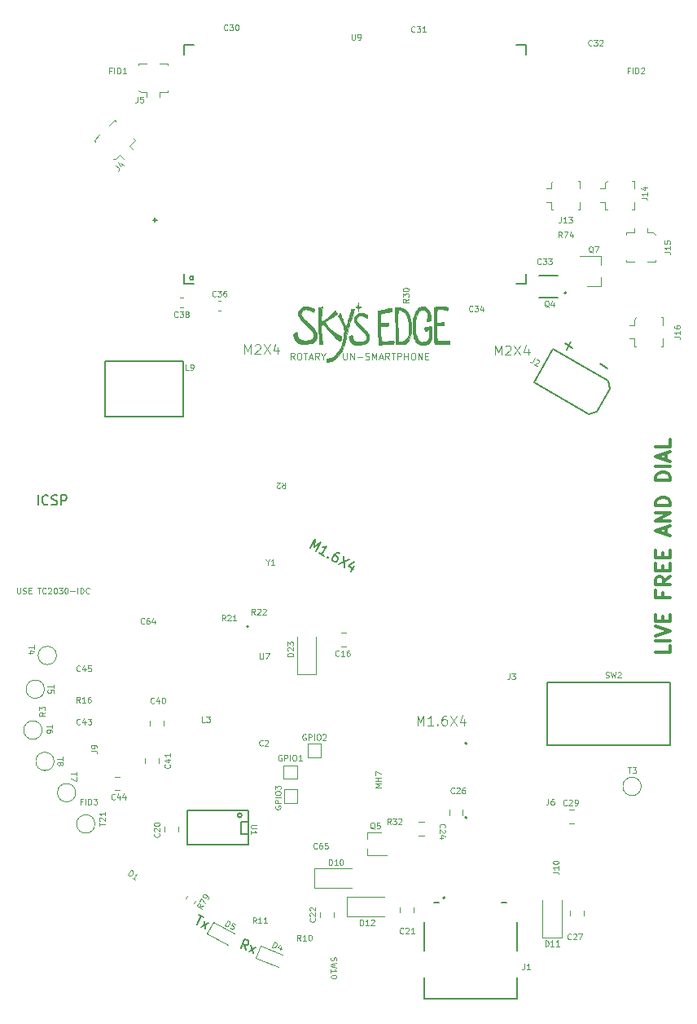
<source format=gbr>
G04 #@! TF.GenerationSoftware,KiCad,Pcbnew,5.1.6+dfsg1-1~bpo10+1*
G04 #@! TF.CreationDate,2021-06-28T17:41:37-04:00*
G04 #@! TF.ProjectId,RUSP_Mainboard,52555350-5f4d-4616-996e-626f6172642e,rev?*
G04 #@! TF.SameCoordinates,Original*
G04 #@! TF.FileFunction,Legend,Top*
G04 #@! TF.FilePolarity,Positive*
%FSLAX46Y46*%
G04 Gerber Fmt 4.6, Leading zero omitted, Abs format (unit mm)*
G04 Created by KiCad (PCBNEW 5.1.6+dfsg1-1~bpo10+1) date 2021-06-28 17:41:37*
%MOMM*%
%LPD*%
G01*
G04 APERTURE LIST*
%ADD10C,0.120000*%
%ADD11C,0.150000*%
%ADD12C,0.300000*%
%ADD13C,0.127000*%
%ADD14C,0.200000*%
%ADD15C,0.010000*%
%ADD16C,0.100000*%
G04 APERTURE END LIST*
D10*
X153973809Y-128252380D02*
X153973809Y-127252380D01*
X154307142Y-127966666D01*
X154640476Y-127252380D01*
X154640476Y-128252380D01*
X155640476Y-128252380D02*
X155069047Y-128252380D01*
X155354761Y-128252380D02*
X155354761Y-127252380D01*
X155259523Y-127395238D01*
X155164285Y-127490476D01*
X155069047Y-127538095D01*
X156069047Y-128157142D02*
X156116666Y-128204761D01*
X156069047Y-128252380D01*
X156021428Y-128204761D01*
X156069047Y-128157142D01*
X156069047Y-128252380D01*
X156973809Y-127252380D02*
X156783333Y-127252380D01*
X156688095Y-127300000D01*
X156640476Y-127347619D01*
X156545238Y-127490476D01*
X156497619Y-127680952D01*
X156497619Y-128061904D01*
X156545238Y-128157142D01*
X156592857Y-128204761D01*
X156688095Y-128252380D01*
X156878571Y-128252380D01*
X156973809Y-128204761D01*
X157021428Y-128157142D01*
X157069047Y-128061904D01*
X157069047Y-127823809D01*
X157021428Y-127728571D01*
X156973809Y-127680952D01*
X156878571Y-127633333D01*
X156688095Y-127633333D01*
X156592857Y-127680952D01*
X156545238Y-127728571D01*
X156497619Y-127823809D01*
X157402380Y-127252380D02*
X158069047Y-128252380D01*
X158069047Y-127252380D02*
X157402380Y-128252380D01*
X158878571Y-127585714D02*
X158878571Y-128252380D01*
X158640476Y-127204761D02*
X158402380Y-127919047D01*
X159021428Y-127919047D01*
D11*
X142829365Y-109803678D02*
X143329365Y-108937652D01*
X143260897Y-109722908D01*
X143906715Y-109270986D01*
X143406715Y-110137011D01*
X144272741Y-110637011D02*
X143777869Y-110351297D01*
X144025305Y-110494154D02*
X144525305Y-109628128D01*
X144371398Y-109704227D01*
X144241300Y-109739087D01*
X144135012Y-109732707D01*
X144691514Y-110768818D02*
X144708943Y-110833867D01*
X144643895Y-110851297D01*
X144626465Y-110786248D01*
X144691514Y-110768818D01*
X144643895Y-110851297D01*
X145927441Y-110437652D02*
X145762484Y-110342414D01*
X145656196Y-110336034D01*
X145591147Y-110353464D01*
X145437240Y-110429563D01*
X145300763Y-110570711D01*
X145110286Y-110900625D01*
X145103907Y-111006913D01*
X145121336Y-111071962D01*
X145180006Y-111160821D01*
X145344963Y-111256059D01*
X145451251Y-111262438D01*
X145516300Y-111245009D01*
X145605158Y-111186339D01*
X145724206Y-110980143D01*
X145730585Y-110873855D01*
X145713156Y-110808806D01*
X145654487Y-110719948D01*
X145489529Y-110624710D01*
X145383241Y-110618330D01*
X145318192Y-110635760D01*
X145229334Y-110694429D01*
X146298595Y-110651938D02*
X146375945Y-111851297D01*
X146875945Y-110985271D02*
X145798595Y-111517963D01*
X147410347Y-111678708D02*
X147077014Y-112256059D01*
X147394627Y-111229746D02*
X146831287Y-111729288D01*
X147367398Y-112038812D01*
D10*
X162038095Y-89802380D02*
X162038095Y-88802380D01*
X162371428Y-89516666D01*
X162704761Y-88802380D01*
X162704761Y-89802380D01*
X163133333Y-88897619D02*
X163180952Y-88850000D01*
X163276190Y-88802380D01*
X163514285Y-88802380D01*
X163609523Y-88850000D01*
X163657142Y-88897619D01*
X163704761Y-88992857D01*
X163704761Y-89088095D01*
X163657142Y-89230952D01*
X163085714Y-89802380D01*
X163704761Y-89802380D01*
X164038095Y-88802380D02*
X164704761Y-89802380D01*
X164704761Y-88802380D02*
X164038095Y-89802380D01*
X165514285Y-89135714D02*
X165514285Y-89802380D01*
X165276190Y-88754761D02*
X165038095Y-89469047D01*
X165657142Y-89469047D01*
X135988095Y-89702380D02*
X135988095Y-88702380D01*
X136321428Y-89416666D01*
X136654761Y-88702380D01*
X136654761Y-89702380D01*
X137083333Y-88797619D02*
X137130952Y-88750000D01*
X137226190Y-88702380D01*
X137464285Y-88702380D01*
X137559523Y-88750000D01*
X137607142Y-88797619D01*
X137654761Y-88892857D01*
X137654761Y-88988095D01*
X137607142Y-89130952D01*
X137035714Y-89702380D01*
X137654761Y-89702380D01*
X137988095Y-88702380D02*
X138654761Y-89702380D01*
X138654761Y-88702380D02*
X137988095Y-89702380D01*
X139464285Y-89035714D02*
X139464285Y-89702380D01*
X139226190Y-88654761D02*
X138988095Y-89369047D01*
X139607142Y-89369047D01*
D11*
X126500000Y-75750000D02*
X126900000Y-75750000D01*
X126700000Y-75550000D02*
X126700000Y-75940000D01*
D10*
X141200000Y-90266666D02*
X140966666Y-89933333D01*
X140800000Y-90266666D02*
X140800000Y-89566666D01*
X141066666Y-89566666D01*
X141133333Y-89600000D01*
X141166666Y-89633333D01*
X141200000Y-89700000D01*
X141200000Y-89800000D01*
X141166666Y-89866666D01*
X141133333Y-89900000D01*
X141066666Y-89933333D01*
X140800000Y-89933333D01*
X141633333Y-89566666D02*
X141766666Y-89566666D01*
X141833333Y-89600000D01*
X141900000Y-89666666D01*
X141933333Y-89800000D01*
X141933333Y-90033333D01*
X141900000Y-90166666D01*
X141833333Y-90233333D01*
X141766666Y-90266666D01*
X141633333Y-90266666D01*
X141566666Y-90233333D01*
X141500000Y-90166666D01*
X141466666Y-90033333D01*
X141466666Y-89800000D01*
X141500000Y-89666666D01*
X141566666Y-89600000D01*
X141633333Y-89566666D01*
X142133333Y-89566666D02*
X142533333Y-89566666D01*
X142333333Y-90266666D02*
X142333333Y-89566666D01*
X142733333Y-90066666D02*
X143066666Y-90066666D01*
X142666666Y-90266666D02*
X142900000Y-89566666D01*
X143133333Y-90266666D01*
X143766666Y-90266666D02*
X143533333Y-89933333D01*
X143366666Y-90266666D02*
X143366666Y-89566666D01*
X143633333Y-89566666D01*
X143700000Y-89600000D01*
X143733333Y-89633333D01*
X143766666Y-89700000D01*
X143766666Y-89800000D01*
X143733333Y-89866666D01*
X143700000Y-89900000D01*
X143633333Y-89933333D01*
X143366666Y-89933333D01*
X144200000Y-89933333D02*
X144200000Y-90266666D01*
X143966666Y-89566666D02*
X144200000Y-89933333D01*
X144433333Y-89566666D01*
X146266666Y-89566666D02*
X146266666Y-90133333D01*
X146300000Y-90200000D01*
X146333333Y-90233333D01*
X146400000Y-90266666D01*
X146533333Y-90266666D01*
X146600000Y-90233333D01*
X146633333Y-90200000D01*
X146666666Y-90133333D01*
X146666666Y-89566666D01*
X147000000Y-90266666D02*
X147000000Y-89566666D01*
X147400000Y-90266666D01*
X147400000Y-89566666D01*
X147733333Y-90000000D02*
X148266666Y-90000000D01*
X148566666Y-90233333D02*
X148666666Y-90266666D01*
X148833333Y-90266666D01*
X148900000Y-90233333D01*
X148933333Y-90200000D01*
X148966666Y-90133333D01*
X148966666Y-90066666D01*
X148933333Y-90000000D01*
X148900000Y-89966666D01*
X148833333Y-89933333D01*
X148700000Y-89900000D01*
X148633333Y-89866666D01*
X148600000Y-89833333D01*
X148566666Y-89766666D01*
X148566666Y-89700000D01*
X148600000Y-89633333D01*
X148633333Y-89600000D01*
X148700000Y-89566666D01*
X148866666Y-89566666D01*
X148966666Y-89600000D01*
X149266666Y-90266666D02*
X149266666Y-89566666D01*
X149500000Y-90066666D01*
X149733333Y-89566666D01*
X149733333Y-90266666D01*
X150033333Y-90066666D02*
X150366666Y-90066666D01*
X149966666Y-90266666D02*
X150200000Y-89566666D01*
X150433333Y-90266666D01*
X151066666Y-90266666D02*
X150833333Y-89933333D01*
X150666666Y-90266666D02*
X150666666Y-89566666D01*
X150933333Y-89566666D01*
X151000000Y-89600000D01*
X151033333Y-89633333D01*
X151066666Y-89700000D01*
X151066666Y-89800000D01*
X151033333Y-89866666D01*
X151000000Y-89900000D01*
X150933333Y-89933333D01*
X150666666Y-89933333D01*
X151266666Y-89566666D02*
X151666666Y-89566666D01*
X151466666Y-90266666D02*
X151466666Y-89566666D01*
X151900000Y-90266666D02*
X151900000Y-89566666D01*
X152166666Y-89566666D01*
X152233333Y-89600000D01*
X152266666Y-89633333D01*
X152300000Y-89700000D01*
X152300000Y-89800000D01*
X152266666Y-89866666D01*
X152233333Y-89900000D01*
X152166666Y-89933333D01*
X151900000Y-89933333D01*
X152600000Y-90266666D02*
X152600000Y-89566666D01*
X152600000Y-89900000D02*
X153000000Y-89900000D01*
X153000000Y-90266666D02*
X153000000Y-89566666D01*
X153466666Y-89566666D02*
X153600000Y-89566666D01*
X153666666Y-89600000D01*
X153733333Y-89666666D01*
X153766666Y-89800000D01*
X153766666Y-90033333D01*
X153733333Y-90166666D01*
X153666666Y-90233333D01*
X153600000Y-90266666D01*
X153466666Y-90266666D01*
X153400000Y-90233333D01*
X153333333Y-90166666D01*
X153300000Y-90033333D01*
X153300000Y-89800000D01*
X153333333Y-89666666D01*
X153400000Y-89600000D01*
X153466666Y-89566666D01*
X154066666Y-90266666D02*
X154066666Y-89566666D01*
X154466666Y-90266666D01*
X154466666Y-89566666D01*
X154800000Y-89900000D02*
X155033333Y-89900000D01*
X155133333Y-90266666D02*
X154800000Y-90266666D01*
X154800000Y-89566666D01*
X155133333Y-89566666D01*
D12*
X180278571Y-119964285D02*
X180278571Y-120678571D01*
X178778571Y-120678571D01*
X180278571Y-119464285D02*
X178778571Y-119464285D01*
X178778571Y-118964285D02*
X180278571Y-118464285D01*
X178778571Y-117964285D01*
X179492857Y-117464285D02*
X179492857Y-116964285D01*
X180278571Y-116750000D02*
X180278571Y-117464285D01*
X178778571Y-117464285D01*
X178778571Y-116750000D01*
X179492857Y-114464285D02*
X179492857Y-114964285D01*
X180278571Y-114964285D02*
X178778571Y-114964285D01*
X178778571Y-114250000D01*
X180278571Y-112821428D02*
X179564285Y-113321428D01*
X180278571Y-113678571D02*
X178778571Y-113678571D01*
X178778571Y-113107142D01*
X178850000Y-112964285D01*
X178921428Y-112892857D01*
X179064285Y-112821428D01*
X179278571Y-112821428D01*
X179421428Y-112892857D01*
X179492857Y-112964285D01*
X179564285Y-113107142D01*
X179564285Y-113678571D01*
X179492857Y-112178571D02*
X179492857Y-111678571D01*
X180278571Y-111464285D02*
X180278571Y-112178571D01*
X178778571Y-112178571D01*
X178778571Y-111464285D01*
X179492857Y-110821428D02*
X179492857Y-110321428D01*
X180278571Y-110107142D02*
X180278571Y-110821428D01*
X178778571Y-110821428D01*
X178778571Y-110107142D01*
X179850000Y-108392857D02*
X179850000Y-107678571D01*
X180278571Y-108535714D02*
X178778571Y-108035714D01*
X180278571Y-107535714D01*
X180278571Y-107035714D02*
X178778571Y-107035714D01*
X180278571Y-106178571D01*
X178778571Y-106178571D01*
X180278571Y-105464285D02*
X178778571Y-105464285D01*
X178778571Y-105107142D01*
X178850000Y-104892857D01*
X178992857Y-104750000D01*
X179135714Y-104678571D01*
X179421428Y-104607142D01*
X179635714Y-104607142D01*
X179921428Y-104678571D01*
X180064285Y-104750000D01*
X180207142Y-104892857D01*
X180278571Y-105107142D01*
X180278571Y-105464285D01*
X180278571Y-102821428D02*
X178778571Y-102821428D01*
X178778571Y-102464285D01*
X178850000Y-102250000D01*
X178992857Y-102107142D01*
X179135714Y-102035714D01*
X179421428Y-101964285D01*
X179635714Y-101964285D01*
X179921428Y-102035714D01*
X180064285Y-102107142D01*
X180207142Y-102250000D01*
X180278571Y-102464285D01*
X180278571Y-102821428D01*
X180278571Y-101321428D02*
X178778571Y-101321428D01*
X179850000Y-100678571D02*
X179850000Y-99964285D01*
X180278571Y-100821428D02*
X178778571Y-100321428D01*
X180278571Y-99821428D01*
X180278571Y-98607142D02*
X180278571Y-99321428D01*
X178778571Y-99321428D01*
D11*
X129700000Y-82400000D02*
X130700000Y-82400000D01*
X129700000Y-81400000D02*
X129700000Y-82400000D01*
X165300000Y-82400000D02*
X164300000Y-82400000D01*
X165300000Y-81400000D02*
X165300000Y-82400000D01*
X165300000Y-57600000D02*
X165300000Y-58600000D01*
X164300000Y-57600000D02*
X165300000Y-57600000D01*
X129700000Y-57600000D02*
X129700000Y-58600000D01*
X129700000Y-57600000D02*
X130700000Y-57600000D01*
X130700000Y-81800000D02*
G75*
G03*
X130700000Y-81800000I-200000J0D01*
G01*
D10*
X122541422Y-135010000D02*
X123058578Y-135010000D01*
X122541422Y-133590000D02*
X123058578Y-133590000D01*
X125690000Y-131678922D02*
X125690000Y-132196078D01*
X127110000Y-131678922D02*
X127110000Y-132196078D01*
X126190000Y-127741422D02*
X126190000Y-128258578D01*
X127610000Y-127741422D02*
X127610000Y-128258578D01*
X130720174Y-146779378D02*
X130892693Y-146503289D01*
X129855165Y-146238861D02*
X130027684Y-145962772D01*
X129274721Y-84860000D02*
X129600279Y-84860000D01*
X129274721Y-83840000D02*
X129600279Y-83840000D01*
X133237221Y-85160000D02*
X133562779Y-85160000D01*
X133237221Y-84140000D02*
X133562779Y-84140000D01*
X179500000Y-85900000D02*
X179500000Y-86700000D01*
X179300000Y-85900000D02*
X179500000Y-85900000D01*
X179500000Y-88900000D02*
X179300000Y-88900000D01*
X179500000Y-88100000D02*
X179500000Y-88900000D01*
X176500000Y-88900000D02*
X176500000Y-88100000D01*
X176700000Y-88900000D02*
X176500000Y-88900000D01*
X176500000Y-86100000D02*
X176700000Y-85900000D01*
X176500000Y-86700000D02*
X176500000Y-86100000D01*
X176500000Y-86700000D02*
X176000000Y-86700000D01*
X176500000Y-88100000D02*
X176000000Y-88100000D01*
X176500000Y-77100000D02*
X176500000Y-76600000D01*
X177900000Y-77100000D02*
X177900000Y-76600000D01*
X177900000Y-77100000D02*
X178500000Y-77100000D01*
X178500000Y-77100000D02*
X178700000Y-77300000D01*
X175700000Y-77300000D02*
X175700000Y-77100000D01*
X175700000Y-77100000D02*
X176500000Y-77100000D01*
X176500000Y-80100000D02*
X175700000Y-80100000D01*
X175700000Y-80100000D02*
X175700000Y-79900000D01*
X178700000Y-79900000D02*
X178700000Y-80100000D01*
X178700000Y-80100000D02*
X177900000Y-80100000D01*
X173500000Y-73900000D02*
X173000000Y-73900000D01*
X173500000Y-72500000D02*
X173000000Y-72500000D01*
X173500000Y-72500000D02*
X173500000Y-71900000D01*
X173500000Y-71900000D02*
X173700000Y-71700000D01*
X173700000Y-74700000D02*
X173500000Y-74700000D01*
X173500000Y-74700000D02*
X173500000Y-73900000D01*
X176500000Y-73900000D02*
X176500000Y-74700000D01*
X176500000Y-74700000D02*
X176300000Y-74700000D01*
X176300000Y-71700000D02*
X176500000Y-71700000D01*
X176500000Y-71700000D02*
X176500000Y-72500000D01*
X167900000Y-73900000D02*
X167400000Y-73900000D01*
X167900000Y-72500000D02*
X167400000Y-72500000D01*
X167900000Y-72500000D02*
X167900000Y-71900000D01*
X167900000Y-71900000D02*
X168100000Y-71700000D01*
X168100000Y-74700000D02*
X167900000Y-74700000D01*
X167900000Y-74700000D02*
X167900000Y-73900000D01*
X170900000Y-73900000D02*
X170900000Y-74700000D01*
X170900000Y-74700000D02*
X170700000Y-74700000D01*
X170700000Y-71700000D02*
X170900000Y-71700000D01*
X170900000Y-71700000D02*
X170900000Y-72500000D01*
D11*
X159136803Y-137811803D02*
G75*
G03*
X159136803Y-137811803I-111803J0D01*
G01*
D10*
X146041422Y-118610000D02*
X146558578Y-118610000D01*
X146041422Y-120030000D02*
X146558578Y-120030000D01*
X140050000Y-133800000D02*
X140050000Y-132400000D01*
X141450000Y-133800000D02*
X140050000Y-133800000D01*
X141450000Y-132400000D02*
X141450000Y-133800000D01*
X140050000Y-132400000D02*
X141450000Y-132400000D01*
D11*
X136400000Y-118000000D02*
G75*
G03*
X136400000Y-118000000I-100000J0D01*
G01*
D13*
X166600000Y-81581000D02*
X168600000Y-81581000D01*
X168600000Y-83819000D02*
X166600000Y-83819000D01*
D14*
X169450000Y-83350000D02*
G75*
G03*
X169450000Y-83350000I-100000J0D01*
G01*
D11*
X159136803Y-130111803D02*
G75*
G03*
X159136803Y-130111803I-111803J0D01*
G01*
D13*
X154675000Y-156675000D02*
X154675000Y-154425000D01*
X154675000Y-151675000D02*
X154675000Y-148675000D01*
X155750000Y-146675000D02*
X156250000Y-146675000D01*
X162750000Y-146675000D02*
X163250000Y-146675000D01*
X164325000Y-148675000D02*
X164325000Y-151675000D01*
X164325000Y-154425000D02*
X164325000Y-156675000D01*
X164325000Y-156675000D02*
X154675000Y-156675000D01*
D14*
X156850000Y-146175000D02*
G75*
G03*
X156850000Y-146175000I-100000J0D01*
G01*
D10*
X118450000Y-135250000D02*
G75*
G03*
X118450000Y-135250000I-950000J0D01*
G01*
X154658578Y-139730000D02*
X154141422Y-139730000D01*
X154658578Y-138310000D02*
X154141422Y-138310000D01*
D11*
X167450000Y-130300000D02*
X180250000Y-130300000D01*
X180250000Y-130300000D02*
X180250000Y-123800000D01*
X180250000Y-123800000D02*
X167450000Y-123800000D01*
X167450000Y-123800000D02*
X167450000Y-130300000D01*
D10*
X137181435Y-152435653D02*
X139501382Y-153326197D01*
X137672399Y-151156647D02*
X137181435Y-152435653D01*
X139992346Y-152047192D02*
X137672399Y-151156647D01*
X132086999Y-149913760D02*
X134281124Y-151080396D01*
X132730175Y-148704121D02*
X132086999Y-149913760D01*
X134924300Y-149870758D02*
X132730175Y-148704121D01*
D11*
X135723607Y-137600000D02*
G75*
G03*
X135723607Y-137600000I-223607J0D01*
G01*
X135648000Y-138265000D02*
X136410000Y-138265000D01*
X135648000Y-139535000D02*
X135648000Y-138265000D01*
X136410000Y-139535000D02*
X135648000Y-139535000D01*
X136410000Y-137122000D02*
X136410000Y-140678000D01*
X130060000Y-140678000D02*
X130060000Y-137122000D01*
X130060000Y-140678000D02*
X136410000Y-140678000D01*
X136410000Y-137122000D02*
X130060000Y-137122000D01*
D10*
X124055635Y-68065685D02*
X124409188Y-68419239D01*
X123065685Y-69055635D02*
X123419239Y-69409188D01*
X123065685Y-69055635D02*
X122641421Y-69479899D01*
X122641421Y-69479899D02*
X122358579Y-69479899D01*
X124479899Y-67358579D02*
X124621320Y-67500000D01*
X124621320Y-67500000D02*
X124055635Y-68065685D01*
X121934315Y-65944365D02*
X122500000Y-65378680D01*
X122500000Y-65378680D02*
X122641421Y-65520101D01*
X120520101Y-67641421D02*
X120378680Y-67500000D01*
X120378680Y-67500000D02*
X120944365Y-66934315D01*
X125000000Y-59500000D02*
X125800000Y-59500000D01*
X125000000Y-59700000D02*
X125000000Y-59500000D01*
X128000000Y-59500000D02*
X128000000Y-59700000D01*
X127200000Y-59500000D02*
X128000000Y-59500000D01*
X128000000Y-62500000D02*
X127200000Y-62500000D01*
X128000000Y-62300000D02*
X128000000Y-62500000D01*
X125200000Y-62500000D02*
X125000000Y-62300000D01*
X125800000Y-62500000D02*
X125200000Y-62500000D01*
X125800000Y-62500000D02*
X125800000Y-63000000D01*
X127200000Y-62500000D02*
X127200000Y-63000000D01*
X141450000Y-122950000D02*
X143450000Y-122950000D01*
X143450000Y-122950000D02*
X143450000Y-119050000D01*
X141450000Y-122950000D02*
X141450000Y-119050000D01*
D15*
G36*
X147324331Y-85035312D02*
G01*
X147377167Y-85060610D01*
X147381106Y-85067338D01*
X147379331Y-85117883D01*
X147358810Y-85218370D01*
X147322447Y-85359046D01*
X147273143Y-85530157D01*
X147213803Y-85721951D01*
X147147327Y-85924674D01*
X147076620Y-86128572D01*
X147016353Y-86292895D01*
X146932685Y-86518451D01*
X146862194Y-86719050D01*
X146801043Y-86908219D01*
X146745398Y-87099484D01*
X146691420Y-87306373D01*
X146635274Y-87542414D01*
X146573124Y-87821133D01*
X146541452Y-87967453D01*
X146462664Y-88321292D01*
X146389817Y-88620021D01*
X146320450Y-88871474D01*
X146252105Y-89083482D01*
X146182322Y-89263879D01*
X146108641Y-89420496D01*
X146054341Y-89518625D01*
X145922207Y-89709724D01*
X145751122Y-89908523D01*
X145559581Y-90095654D01*
X145366076Y-90251751D01*
X145331250Y-90275875D01*
X145197343Y-90353837D01*
X145050338Y-90419688D01*
X144901312Y-90470925D01*
X144761341Y-90505044D01*
X144641500Y-90519543D01*
X144552866Y-90511919D01*
X144506515Y-90479668D01*
X144502385Y-90463187D01*
X144502350Y-90352812D01*
X144513543Y-90255784D01*
X144533049Y-90195174D01*
X144536880Y-90190257D01*
X144578767Y-90172248D01*
X144665963Y-90149181D01*
X144780998Y-90125562D01*
X144802285Y-90121778D01*
X145019366Y-90068278D01*
X145209612Y-89983548D01*
X145388904Y-89858405D01*
X145573119Y-89683668D01*
X145588914Y-89666876D01*
X145757908Y-89463565D01*
X145901661Y-89239592D01*
X146022952Y-88987506D01*
X146124563Y-88699853D01*
X146209275Y-88369182D01*
X146279869Y-87988040D01*
X146319609Y-87708875D01*
X146344031Y-87511264D01*
X146359119Y-87349855D01*
X146362404Y-87212667D01*
X146351415Y-87087720D01*
X146323682Y-86963033D01*
X146276737Y-86826626D01*
X146208108Y-86666520D01*
X146115328Y-86470733D01*
X146027334Y-86291092D01*
X145743768Y-85714887D01*
X145799446Y-85619858D01*
X145860069Y-85537051D01*
X145922440Y-85483717D01*
X145972339Y-85470825D01*
X145983913Y-85477580D01*
X145999792Y-85517120D01*
X146021842Y-85601331D01*
X146045399Y-85712314D01*
X146046311Y-85717084D01*
X146076904Y-85836127D01*
X146127800Y-85990729D01*
X146191461Y-86159377D01*
X146249060Y-86295656D01*
X146339819Y-86494825D01*
X146410773Y-86640063D01*
X146465858Y-86736333D01*
X146509010Y-86788598D01*
X146544164Y-86801823D01*
X146575256Y-86780971D01*
X146601463Y-86740101D01*
X146624583Y-86682713D01*
X146661092Y-86575284D01*
X146707677Y-86429035D01*
X146761022Y-86255188D01*
X146817813Y-86064965D01*
X146874735Y-85869588D01*
X146928472Y-85680279D01*
X146975712Y-85508259D01*
X147013138Y-85364751D01*
X147035086Y-85272062D01*
X147088314Y-85026000D01*
X147226778Y-85026000D01*
X147324331Y-85035312D01*
G37*
X147324331Y-85035312D02*
X147377167Y-85060610D01*
X147381106Y-85067338D01*
X147379331Y-85117883D01*
X147358810Y-85218370D01*
X147322447Y-85359046D01*
X147273143Y-85530157D01*
X147213803Y-85721951D01*
X147147327Y-85924674D01*
X147076620Y-86128572D01*
X147016353Y-86292895D01*
X146932685Y-86518451D01*
X146862194Y-86719050D01*
X146801043Y-86908219D01*
X146745398Y-87099484D01*
X146691420Y-87306373D01*
X146635274Y-87542414D01*
X146573124Y-87821133D01*
X146541452Y-87967453D01*
X146462664Y-88321292D01*
X146389817Y-88620021D01*
X146320450Y-88871474D01*
X146252105Y-89083482D01*
X146182322Y-89263879D01*
X146108641Y-89420496D01*
X146054341Y-89518625D01*
X145922207Y-89709724D01*
X145751122Y-89908523D01*
X145559581Y-90095654D01*
X145366076Y-90251751D01*
X145331250Y-90275875D01*
X145197343Y-90353837D01*
X145050338Y-90419688D01*
X144901312Y-90470925D01*
X144761341Y-90505044D01*
X144641500Y-90519543D01*
X144552866Y-90511919D01*
X144506515Y-90479668D01*
X144502385Y-90463187D01*
X144502350Y-90352812D01*
X144513543Y-90255784D01*
X144533049Y-90195174D01*
X144536880Y-90190257D01*
X144578767Y-90172248D01*
X144665963Y-90149181D01*
X144780998Y-90125562D01*
X144802285Y-90121778D01*
X145019366Y-90068278D01*
X145209612Y-89983548D01*
X145388904Y-89858405D01*
X145573119Y-89683668D01*
X145588914Y-89666876D01*
X145757908Y-89463565D01*
X145901661Y-89239592D01*
X146022952Y-88987506D01*
X146124563Y-88699853D01*
X146209275Y-88369182D01*
X146279869Y-87988040D01*
X146319609Y-87708875D01*
X146344031Y-87511264D01*
X146359119Y-87349855D01*
X146362404Y-87212667D01*
X146351415Y-87087720D01*
X146323682Y-86963033D01*
X146276737Y-86826626D01*
X146208108Y-86666520D01*
X146115328Y-86470733D01*
X146027334Y-86291092D01*
X145743768Y-85714887D01*
X145799446Y-85619858D01*
X145860069Y-85537051D01*
X145922440Y-85483717D01*
X145972339Y-85470825D01*
X145983913Y-85477580D01*
X145999792Y-85517120D01*
X146021842Y-85601331D01*
X146045399Y-85712314D01*
X146046311Y-85717084D01*
X146076904Y-85836127D01*
X146127800Y-85990729D01*
X146191461Y-86159377D01*
X146249060Y-86295656D01*
X146339819Y-86494825D01*
X146410773Y-86640063D01*
X146465858Y-86736333D01*
X146509010Y-86788598D01*
X146544164Y-86801823D01*
X146575256Y-86780971D01*
X146601463Y-86740101D01*
X146624583Y-86682713D01*
X146661092Y-86575284D01*
X146707677Y-86429035D01*
X146761022Y-86255188D01*
X146817813Y-86064965D01*
X146874735Y-85869588D01*
X146928472Y-85680279D01*
X146975712Y-85508259D01*
X147013138Y-85364751D01*
X147035086Y-85272062D01*
X147088314Y-85026000D01*
X147226778Y-85026000D01*
X147324331Y-85035312D01*
G36*
X148312289Y-85480478D02*
G01*
X148526297Y-85539683D01*
X148545937Y-85546796D01*
X148792000Y-85637755D01*
X148792000Y-85774504D01*
X148785704Y-85862503D01*
X148769901Y-85920462D01*
X148762433Y-85929525D01*
X148720624Y-85924278D01*
X148649612Y-85889737D01*
X148615202Y-85867950D01*
X148455444Y-85785862D01*
X148273376Y-85734180D01*
X148088252Y-85715307D01*
X147919327Y-85731647D01*
X147815481Y-85768126D01*
X147705824Y-85857639D01*
X147638959Y-85981069D01*
X147619140Y-86121867D01*
X147650620Y-86263480D01*
X147675684Y-86312054D01*
X147709815Y-86363472D01*
X147753883Y-86419543D01*
X147814033Y-86486540D01*
X147896411Y-86570734D01*
X148007163Y-86678397D01*
X148152434Y-86815800D01*
X148338371Y-86989215D01*
X148348395Y-86998525D01*
X148538512Y-87180693D01*
X148683586Y-87334856D01*
X148789750Y-87470600D01*
X148863139Y-87597511D01*
X148909887Y-87725176D01*
X148936127Y-87863181D01*
X148942552Y-87927068D01*
X148932914Y-88145483D01*
X148869706Y-88335376D01*
X148757055Y-88490952D01*
X148599088Y-88606414D01*
X148411000Y-88673627D01*
X148268762Y-88696282D01*
X148089654Y-88712803D01*
X147895856Y-88722313D01*
X147709547Y-88723938D01*
X147552907Y-88716800D01*
X147493803Y-88709854D01*
X147300053Y-88649004D01*
X147133680Y-88535463D01*
X147001141Y-88376496D01*
X146908889Y-88179367D01*
X146869544Y-88007397D01*
X146860306Y-87916468D01*
X146872089Y-87863428D01*
X146915453Y-87823534D01*
X146959574Y-87796469D01*
X147072463Y-87732904D01*
X147142892Y-87707669D01*
X147181974Y-87724998D01*
X147200822Y-87789129D01*
X147209763Y-87891841D01*
X147242082Y-88078474D01*
X147314669Y-88222599D01*
X147430837Y-88326675D01*
X147593898Y-88393159D01*
X147807166Y-88424509D01*
X147932266Y-88427783D01*
X148169576Y-88412926D01*
X148367227Y-88372166D01*
X148518230Y-88307585D01*
X148612907Y-88224990D01*
X148660195Y-88115376D01*
X148674538Y-87975375D01*
X148655739Y-87829004D01*
X148616995Y-87724015D01*
X148578579Y-87669684D01*
X148502760Y-87578851D01*
X148397047Y-87459905D01*
X148268951Y-87321235D01*
X148125979Y-87171229D01*
X148078042Y-87121927D01*
X147855664Y-86888856D01*
X147679406Y-86690324D01*
X147546210Y-86520698D01*
X147453016Y-86374347D01*
X147396765Y-86245639D01*
X147374400Y-86128941D01*
X147382860Y-86018623D01*
X147419088Y-85909051D01*
X147419181Y-85908840D01*
X147519452Y-85744780D01*
X147659072Y-85599034D01*
X147787306Y-85510330D01*
X147928780Y-85465127D01*
X148108446Y-85455401D01*
X148312289Y-85480478D01*
G37*
X148312289Y-85480478D02*
X148526297Y-85539683D01*
X148545937Y-85546796D01*
X148792000Y-85637755D01*
X148792000Y-85774504D01*
X148785704Y-85862503D01*
X148769901Y-85920462D01*
X148762433Y-85929525D01*
X148720624Y-85924278D01*
X148649612Y-85889737D01*
X148615202Y-85867950D01*
X148455444Y-85785862D01*
X148273376Y-85734180D01*
X148088252Y-85715307D01*
X147919327Y-85731647D01*
X147815481Y-85768126D01*
X147705824Y-85857639D01*
X147638959Y-85981069D01*
X147619140Y-86121867D01*
X147650620Y-86263480D01*
X147675684Y-86312054D01*
X147709815Y-86363472D01*
X147753883Y-86419543D01*
X147814033Y-86486540D01*
X147896411Y-86570734D01*
X148007163Y-86678397D01*
X148152434Y-86815800D01*
X148338371Y-86989215D01*
X148348395Y-86998525D01*
X148538512Y-87180693D01*
X148683586Y-87334856D01*
X148789750Y-87470600D01*
X148863139Y-87597511D01*
X148909887Y-87725176D01*
X148936127Y-87863181D01*
X148942552Y-87927068D01*
X148932914Y-88145483D01*
X148869706Y-88335376D01*
X148757055Y-88490952D01*
X148599088Y-88606414D01*
X148411000Y-88673627D01*
X148268762Y-88696282D01*
X148089654Y-88712803D01*
X147895856Y-88722313D01*
X147709547Y-88723938D01*
X147552907Y-88716800D01*
X147493803Y-88709854D01*
X147300053Y-88649004D01*
X147133680Y-88535463D01*
X147001141Y-88376496D01*
X146908889Y-88179367D01*
X146869544Y-88007397D01*
X146860306Y-87916468D01*
X146872089Y-87863428D01*
X146915453Y-87823534D01*
X146959574Y-87796469D01*
X147072463Y-87732904D01*
X147142892Y-87707669D01*
X147181974Y-87724998D01*
X147200822Y-87789129D01*
X147209763Y-87891841D01*
X147242082Y-88078474D01*
X147314669Y-88222599D01*
X147430837Y-88326675D01*
X147593898Y-88393159D01*
X147807166Y-88424509D01*
X147932266Y-88427783D01*
X148169576Y-88412926D01*
X148367227Y-88372166D01*
X148518230Y-88307585D01*
X148612907Y-88224990D01*
X148660195Y-88115376D01*
X148674538Y-87975375D01*
X148655739Y-87829004D01*
X148616995Y-87724015D01*
X148578579Y-87669684D01*
X148502760Y-87578851D01*
X148397047Y-87459905D01*
X148268951Y-87321235D01*
X148125979Y-87171229D01*
X148078042Y-87121927D01*
X147855664Y-86888856D01*
X147679406Y-86690324D01*
X147546210Y-86520698D01*
X147453016Y-86374347D01*
X147396765Y-86245639D01*
X147374400Y-86128941D01*
X147382860Y-86018623D01*
X147419088Y-85909051D01*
X147419181Y-85908840D01*
X147519452Y-85744780D01*
X147659072Y-85599034D01*
X147787306Y-85510330D01*
X147928780Y-85465127D01*
X148108446Y-85455401D01*
X148312289Y-85480478D01*
G36*
X154545910Y-84778074D02*
G01*
X154640384Y-84794617D01*
X154701351Y-84807542D01*
X154888869Y-84879160D01*
X155048704Y-85006386D01*
X155179486Y-85187038D01*
X155279842Y-85418930D01*
X155348402Y-85699880D01*
X155372203Y-85875917D01*
X155384736Y-86012574D01*
X155392359Y-86123861D01*
X155394277Y-86195894D01*
X155391692Y-86215640D01*
X155355530Y-86225483D01*
X155273644Y-86238275D01*
X155163556Y-86251291D01*
X155160443Y-86251612D01*
X154942876Y-86273902D01*
X154959908Y-86181763D01*
X154975163Y-86099448D01*
X154996514Y-85984469D01*
X155012383Y-85899125D01*
X155031541Y-85677561D01*
X155005020Y-85484884D01*
X154937563Y-85326426D01*
X154833909Y-85207520D01*
X154698802Y-85133502D01*
X154536981Y-85109704D01*
X154353189Y-85141460D01*
X154342089Y-85145074D01*
X154207793Y-85210058D01*
X154094167Y-85311391D01*
X153998416Y-85454394D01*
X153917746Y-85644387D01*
X153849363Y-85886691D01*
X153790472Y-86186626D01*
X153788352Y-86199422D01*
X153763364Y-86423120D01*
X153752689Y-86687878D01*
X153755816Y-86973011D01*
X153772235Y-87257833D01*
X153801435Y-87521658D01*
X153824405Y-87658858D01*
X153895765Y-87931015D01*
X153992833Y-88145466D01*
X154116259Y-88302851D01*
X154266693Y-88403812D01*
X154444785Y-88448989D01*
X154620635Y-88443703D01*
X154822765Y-88393017D01*
X154982785Y-88300627D01*
X155102394Y-88164030D01*
X155183290Y-87980726D01*
X155227174Y-87748212D01*
X155236816Y-87536424D01*
X155232787Y-87348128D01*
X155219309Y-87219113D01*
X155193243Y-87145476D01*
X155151452Y-87123312D01*
X155090799Y-87148718D01*
X155008148Y-87217790D01*
X154992680Y-87232625D01*
X154891237Y-87314529D01*
X154814906Y-87338256D01*
X154763110Y-87303530D01*
X154735272Y-87210075D01*
X154729736Y-87107212D01*
X154733368Y-86997376D01*
X154750747Y-86924328D01*
X154792789Y-86879952D01*
X154870409Y-86856131D01*
X154994523Y-86844750D01*
X155088027Y-86840798D01*
X155228297Y-86836205D01*
X155332606Y-86839359D01*
X155405948Y-86858209D01*
X155453317Y-86900704D01*
X155479705Y-86974794D01*
X155490107Y-87088427D01*
X155489515Y-87249553D01*
X155482924Y-87466121D01*
X155482823Y-87469284D01*
X155473768Y-87693766D01*
X155461897Y-87867871D01*
X155445731Y-88004705D01*
X155423790Y-88117376D01*
X155400100Y-88202034D01*
X155309772Y-88404992D01*
X155184449Y-88560721D01*
X155028320Y-88664103D01*
X155018304Y-88668428D01*
X154906589Y-88698873D01*
X154753933Y-88719120D01*
X154582200Y-88728350D01*
X154413252Y-88725744D01*
X154268952Y-88710483D01*
X154215203Y-88698519D01*
X154017954Y-88617682D01*
X153859116Y-88495233D01*
X153733640Y-88325633D01*
X153636478Y-88103343D01*
X153617025Y-88042250D01*
X153557706Y-87784604D01*
X153517565Y-87481624D01*
X153496461Y-87148462D01*
X153494256Y-86800275D01*
X153510810Y-86452217D01*
X153545983Y-86119444D01*
X153599637Y-85817111D01*
X153638897Y-85662614D01*
X153734506Y-85386743D01*
X153846193Y-85168562D01*
X153977477Y-85003513D01*
X154131878Y-84887039D01*
X154288620Y-84821416D01*
X154396914Y-84790570D01*
X154473715Y-84776424D01*
X154545910Y-84778074D01*
G37*
X154545910Y-84778074D02*
X154640384Y-84794617D01*
X154701351Y-84807542D01*
X154888869Y-84879160D01*
X155048704Y-85006386D01*
X155179486Y-85187038D01*
X155279842Y-85418930D01*
X155348402Y-85699880D01*
X155372203Y-85875917D01*
X155384736Y-86012574D01*
X155392359Y-86123861D01*
X155394277Y-86195894D01*
X155391692Y-86215640D01*
X155355530Y-86225483D01*
X155273644Y-86238275D01*
X155163556Y-86251291D01*
X155160443Y-86251612D01*
X154942876Y-86273902D01*
X154959908Y-86181763D01*
X154975163Y-86099448D01*
X154996514Y-85984469D01*
X155012383Y-85899125D01*
X155031541Y-85677561D01*
X155005020Y-85484884D01*
X154937563Y-85326426D01*
X154833909Y-85207520D01*
X154698802Y-85133502D01*
X154536981Y-85109704D01*
X154353189Y-85141460D01*
X154342089Y-85145074D01*
X154207793Y-85210058D01*
X154094167Y-85311391D01*
X153998416Y-85454394D01*
X153917746Y-85644387D01*
X153849363Y-85886691D01*
X153790472Y-86186626D01*
X153788352Y-86199422D01*
X153763364Y-86423120D01*
X153752689Y-86687878D01*
X153755816Y-86973011D01*
X153772235Y-87257833D01*
X153801435Y-87521658D01*
X153824405Y-87658858D01*
X153895765Y-87931015D01*
X153992833Y-88145466D01*
X154116259Y-88302851D01*
X154266693Y-88403812D01*
X154444785Y-88448989D01*
X154620635Y-88443703D01*
X154822765Y-88393017D01*
X154982785Y-88300627D01*
X155102394Y-88164030D01*
X155183290Y-87980726D01*
X155227174Y-87748212D01*
X155236816Y-87536424D01*
X155232787Y-87348128D01*
X155219309Y-87219113D01*
X155193243Y-87145476D01*
X155151452Y-87123312D01*
X155090799Y-87148718D01*
X155008148Y-87217790D01*
X154992680Y-87232625D01*
X154891237Y-87314529D01*
X154814906Y-87338256D01*
X154763110Y-87303530D01*
X154735272Y-87210075D01*
X154729736Y-87107212D01*
X154733368Y-86997376D01*
X154750747Y-86924328D01*
X154792789Y-86879952D01*
X154870409Y-86856131D01*
X154994523Y-86844750D01*
X155088027Y-86840798D01*
X155228297Y-86836205D01*
X155332606Y-86839359D01*
X155405948Y-86858209D01*
X155453317Y-86900704D01*
X155479705Y-86974794D01*
X155490107Y-87088427D01*
X155489515Y-87249553D01*
X155482924Y-87466121D01*
X155482823Y-87469284D01*
X155473768Y-87693766D01*
X155461897Y-87867871D01*
X155445731Y-88004705D01*
X155423790Y-88117376D01*
X155400100Y-88202034D01*
X155309772Y-88404992D01*
X155184449Y-88560721D01*
X155028320Y-88664103D01*
X155018304Y-88668428D01*
X154906589Y-88698873D01*
X154753933Y-88719120D01*
X154582200Y-88728350D01*
X154413252Y-88725744D01*
X154268952Y-88710483D01*
X154215203Y-88698519D01*
X154017954Y-88617682D01*
X153859116Y-88495233D01*
X153733640Y-88325633D01*
X153636478Y-88103343D01*
X153617025Y-88042250D01*
X153557706Y-87784604D01*
X153517565Y-87481624D01*
X153496461Y-87148462D01*
X153494256Y-86800275D01*
X153510810Y-86452217D01*
X153545983Y-86119444D01*
X153599637Y-85817111D01*
X153638897Y-85662614D01*
X153734506Y-85386743D01*
X153846193Y-85168562D01*
X153977477Y-85003513D01*
X154131878Y-84887039D01*
X154288620Y-84821416D01*
X154396914Y-84790570D01*
X154473715Y-84776424D01*
X154545910Y-84778074D01*
G36*
X151324160Y-84940419D02*
G01*
X151329767Y-85015465D01*
X151334040Y-85109485D01*
X151335917Y-85200216D01*
X151334944Y-85256187D01*
X151321427Y-85289663D01*
X151275782Y-85307031D01*
X151183502Y-85313184D01*
X151165312Y-85313437D01*
X151067641Y-85319752D01*
X150926875Y-85335656D01*
X150762271Y-85358707D01*
X150602076Y-85384875D01*
X150431112Y-85415646D01*
X150307433Y-85445362D01*
X150223111Y-85484215D01*
X150170219Y-85542395D01*
X150140828Y-85630091D01*
X150127012Y-85757494D01*
X150120841Y-85934795D01*
X150119141Y-86005634D01*
X150116166Y-86179502D01*
X150122069Y-86308708D01*
X150144614Y-86398398D01*
X150191561Y-86453722D01*
X150270675Y-86479828D01*
X150389716Y-86481865D01*
X150556448Y-86464979D01*
X150767810Y-86435857D01*
X150875301Y-86430960D01*
X150934239Y-86459289D01*
X150950679Y-86528401D01*
X150931930Y-86640819D01*
X150903375Y-86756375D01*
X150545048Y-86756375D01*
X150380132Y-86758177D01*
X150268183Y-86764434D01*
X150198749Y-86776416D01*
X150161375Y-86795398D01*
X150153887Y-86804000D01*
X150143252Y-86852536D01*
X150137114Y-86952564D01*
X150135139Y-87092260D01*
X150136996Y-87259799D01*
X150142352Y-87443357D01*
X150150872Y-87631109D01*
X150162226Y-87811233D01*
X150176080Y-87971903D01*
X150190014Y-88087397D01*
X150208587Y-88208195D01*
X150230171Y-88293085D01*
X150265059Y-88347828D01*
X150323545Y-88378184D01*
X150415920Y-88389915D01*
X150552478Y-88388781D01*
X150715988Y-88381777D01*
X150887544Y-88371675D01*
X151050148Y-88357926D01*
X151185867Y-88342306D01*
X151276767Y-88326591D01*
X151279238Y-88325981D01*
X151400858Y-88301732D01*
X151474197Y-88309619D01*
X151509785Y-88357826D01*
X151518153Y-88454543D01*
X151516158Y-88510178D01*
X151506625Y-88693125D01*
X150725682Y-88701606D01*
X149944739Y-88710088D01*
X149924297Y-88352172D01*
X149917151Y-88201960D01*
X149910223Y-88009493D01*
X149903622Y-87782845D01*
X149897454Y-87530088D01*
X149891829Y-87259293D01*
X149886855Y-86978533D01*
X149882639Y-86695878D01*
X149879290Y-86419403D01*
X149876915Y-86157177D01*
X149875624Y-85917274D01*
X149875523Y-85707766D01*
X149876722Y-85536723D01*
X149879327Y-85412219D01*
X149883448Y-85342326D01*
X149883941Y-85338695D01*
X149906201Y-85191015D01*
X150087288Y-85157637D01*
X150181052Y-85139323D01*
X150321436Y-85110601D01*
X150493040Y-85074681D01*
X150680460Y-85034774D01*
X150789273Y-85011299D01*
X150961894Y-84974430D01*
X151111321Y-84943594D01*
X151227219Y-84920834D01*
X151299249Y-84908197D01*
X151318279Y-84906606D01*
X151324160Y-84940419D01*
G37*
X151324160Y-84940419D02*
X151329767Y-85015465D01*
X151334040Y-85109485D01*
X151335917Y-85200216D01*
X151334944Y-85256187D01*
X151321427Y-85289663D01*
X151275782Y-85307031D01*
X151183502Y-85313184D01*
X151165312Y-85313437D01*
X151067641Y-85319752D01*
X150926875Y-85335656D01*
X150762271Y-85358707D01*
X150602076Y-85384875D01*
X150431112Y-85415646D01*
X150307433Y-85445362D01*
X150223111Y-85484215D01*
X150170219Y-85542395D01*
X150140828Y-85630091D01*
X150127012Y-85757494D01*
X150120841Y-85934795D01*
X150119141Y-86005634D01*
X150116166Y-86179502D01*
X150122069Y-86308708D01*
X150144614Y-86398398D01*
X150191561Y-86453722D01*
X150270675Y-86479828D01*
X150389716Y-86481865D01*
X150556448Y-86464979D01*
X150767810Y-86435857D01*
X150875301Y-86430960D01*
X150934239Y-86459289D01*
X150950679Y-86528401D01*
X150931930Y-86640819D01*
X150903375Y-86756375D01*
X150545048Y-86756375D01*
X150380132Y-86758177D01*
X150268183Y-86764434D01*
X150198749Y-86776416D01*
X150161375Y-86795398D01*
X150153887Y-86804000D01*
X150143252Y-86852536D01*
X150137114Y-86952564D01*
X150135139Y-87092260D01*
X150136996Y-87259799D01*
X150142352Y-87443357D01*
X150150872Y-87631109D01*
X150162226Y-87811233D01*
X150176080Y-87971903D01*
X150190014Y-88087397D01*
X150208587Y-88208195D01*
X150230171Y-88293085D01*
X150265059Y-88347828D01*
X150323545Y-88378184D01*
X150415920Y-88389915D01*
X150552478Y-88388781D01*
X150715988Y-88381777D01*
X150887544Y-88371675D01*
X151050148Y-88357926D01*
X151185867Y-88342306D01*
X151276767Y-88326591D01*
X151279238Y-88325981D01*
X151400858Y-88301732D01*
X151474197Y-88309619D01*
X151509785Y-88357826D01*
X151518153Y-88454543D01*
X151516158Y-88510178D01*
X151506625Y-88693125D01*
X150725682Y-88701606D01*
X149944739Y-88710088D01*
X149924297Y-88352172D01*
X149917151Y-88201960D01*
X149910223Y-88009493D01*
X149903622Y-87782845D01*
X149897454Y-87530088D01*
X149891829Y-87259293D01*
X149886855Y-86978533D01*
X149882639Y-86695878D01*
X149879290Y-86419403D01*
X149876915Y-86157177D01*
X149875624Y-85917274D01*
X149875523Y-85707766D01*
X149876722Y-85536723D01*
X149879327Y-85412219D01*
X149883448Y-85342326D01*
X149883941Y-85338695D01*
X149906201Y-85191015D01*
X150087288Y-85157637D01*
X150181052Y-85139323D01*
X150321436Y-85110601D01*
X150493040Y-85074681D01*
X150680460Y-85034774D01*
X150789273Y-85011299D01*
X150961894Y-84974430D01*
X151111321Y-84943594D01*
X151227219Y-84920834D01*
X151299249Y-84908197D01*
X151318279Y-84906606D01*
X151324160Y-84940419D01*
G36*
X144111299Y-84889546D02*
G01*
X144064796Y-85126133D01*
X144026574Y-85362436D01*
X143997531Y-85588397D01*
X143978570Y-85793959D01*
X143970590Y-85969064D01*
X143974492Y-86103657D01*
X143991177Y-86187678D01*
X143994446Y-86194578D01*
X144032076Y-86243583D01*
X144081991Y-86264409D01*
X144149605Y-86254388D01*
X144240333Y-86210853D01*
X144359588Y-86131137D01*
X144512785Y-86012572D01*
X144705337Y-85852493D01*
X144728000Y-85833217D01*
X144866976Y-85711341D01*
X145014753Y-85576126D01*
X145148238Y-85448909D01*
X145203332Y-85394023D01*
X145296022Y-85302354D01*
X145373203Y-85231090D01*
X145423579Y-85190424D01*
X145435267Y-85184750D01*
X145460908Y-85211486D01*
X145501285Y-85281122D01*
X145541658Y-85365451D01*
X145621573Y-85546152D01*
X145547849Y-85602901D01*
X145497425Y-85637453D01*
X145402962Y-85698341D01*
X145274773Y-85779062D01*
X145123170Y-85873115D01*
X144979886Y-85960952D01*
X144817381Y-86061574D01*
X144670678Y-86155323D01*
X144549758Y-86235591D01*
X144464603Y-86295770D01*
X144427161Y-86326881D01*
X144397519Y-86369076D01*
X144389942Y-86414994D01*
X144408580Y-86473885D01*
X144457582Y-86554996D01*
X144541098Y-86667576D01*
X144630621Y-86780391D01*
X144934782Y-87112760D01*
X145271380Y-87392102D01*
X145646527Y-87623181D01*
X145825091Y-87710662D01*
X145955152Y-87774676D01*
X146037681Y-87834135D01*
X146078060Y-87902915D01*
X146081669Y-87994896D01*
X146053888Y-88123954D01*
X146024436Y-88224812D01*
X145993982Y-88296014D01*
X145945659Y-88323979D01*
X145883962Y-88328000D01*
X145822883Y-88321351D01*
X145765764Y-88295057D01*
X145698636Y-88239591D01*
X145607528Y-88145429D01*
X145592931Y-88129562D01*
X145500760Y-88030129D01*
X145379420Y-87900796D01*
X145243814Y-87757376D01*
X145108849Y-87615683D01*
X145091682Y-87597750D01*
X144950322Y-87448263D01*
X144799482Y-87285584D01*
X144656927Y-87129049D01*
X144540424Y-86997992D01*
X144537381Y-86994500D01*
X144408852Y-86848687D01*
X144312623Y-86745070D01*
X144240744Y-86676735D01*
X144185264Y-86636764D01*
X144138230Y-86618242D01*
X144100151Y-86614205D01*
X144053249Y-86622296D01*
X144018074Y-86652251D01*
X143993480Y-86711040D01*
X143978320Y-86805630D01*
X143971447Y-86942990D01*
X143971717Y-87130087D01*
X143977524Y-87359625D01*
X143994044Y-87699155D01*
X144020270Y-87996195D01*
X144055318Y-88241022D01*
X144059703Y-88264500D01*
X144086118Y-88405396D01*
X144107335Y-88524836D01*
X144120783Y-88607969D01*
X144124227Y-88637562D01*
X144096712Y-88663374D01*
X144011319Y-88675822D01*
X143949128Y-88677250D01*
X143832453Y-88670000D01*
X143769769Y-88649102D01*
X143761271Y-88637562D01*
X143757852Y-88597276D01*
X143753693Y-88500673D01*
X143748936Y-88354932D01*
X143743723Y-88167228D01*
X143738196Y-87944741D01*
X143732495Y-87694647D01*
X143726764Y-87424123D01*
X143721144Y-87140348D01*
X143715777Y-86850498D01*
X143710805Y-86561752D01*
X143706369Y-86281285D01*
X143702611Y-86016277D01*
X143699673Y-85773903D01*
X143697697Y-85561343D01*
X143696825Y-85385772D01*
X143696810Y-85375250D01*
X143696125Y-84819625D01*
X143913293Y-84810171D01*
X144130461Y-84800718D01*
X144111299Y-84889546D01*
G37*
X144111299Y-84889546D02*
X144064796Y-85126133D01*
X144026574Y-85362436D01*
X143997531Y-85588397D01*
X143978570Y-85793959D01*
X143970590Y-85969064D01*
X143974492Y-86103657D01*
X143991177Y-86187678D01*
X143994446Y-86194578D01*
X144032076Y-86243583D01*
X144081991Y-86264409D01*
X144149605Y-86254388D01*
X144240333Y-86210853D01*
X144359588Y-86131137D01*
X144512785Y-86012572D01*
X144705337Y-85852493D01*
X144728000Y-85833217D01*
X144866976Y-85711341D01*
X145014753Y-85576126D01*
X145148238Y-85448909D01*
X145203332Y-85394023D01*
X145296022Y-85302354D01*
X145373203Y-85231090D01*
X145423579Y-85190424D01*
X145435267Y-85184750D01*
X145460908Y-85211486D01*
X145501285Y-85281122D01*
X145541658Y-85365451D01*
X145621573Y-85546152D01*
X145547849Y-85602901D01*
X145497425Y-85637453D01*
X145402962Y-85698341D01*
X145274773Y-85779062D01*
X145123170Y-85873115D01*
X144979886Y-85960952D01*
X144817381Y-86061574D01*
X144670678Y-86155323D01*
X144549758Y-86235591D01*
X144464603Y-86295770D01*
X144427161Y-86326881D01*
X144397519Y-86369076D01*
X144389942Y-86414994D01*
X144408580Y-86473885D01*
X144457582Y-86554996D01*
X144541098Y-86667576D01*
X144630621Y-86780391D01*
X144934782Y-87112760D01*
X145271380Y-87392102D01*
X145646527Y-87623181D01*
X145825091Y-87710662D01*
X145955152Y-87774676D01*
X146037681Y-87834135D01*
X146078060Y-87902915D01*
X146081669Y-87994896D01*
X146053888Y-88123954D01*
X146024436Y-88224812D01*
X145993982Y-88296014D01*
X145945659Y-88323979D01*
X145883962Y-88328000D01*
X145822883Y-88321351D01*
X145765764Y-88295057D01*
X145698636Y-88239591D01*
X145607528Y-88145429D01*
X145592931Y-88129562D01*
X145500760Y-88030129D01*
X145379420Y-87900796D01*
X145243814Y-87757376D01*
X145108849Y-87615683D01*
X145091682Y-87597750D01*
X144950322Y-87448263D01*
X144799482Y-87285584D01*
X144656927Y-87129049D01*
X144540424Y-86997992D01*
X144537381Y-86994500D01*
X144408852Y-86848687D01*
X144312623Y-86745070D01*
X144240744Y-86676735D01*
X144185264Y-86636764D01*
X144138230Y-86618242D01*
X144100151Y-86614205D01*
X144053249Y-86622296D01*
X144018074Y-86652251D01*
X143993480Y-86711040D01*
X143978320Y-86805630D01*
X143971447Y-86942990D01*
X143971717Y-87130087D01*
X143977524Y-87359625D01*
X143994044Y-87699155D01*
X144020270Y-87996195D01*
X144055318Y-88241022D01*
X144059703Y-88264500D01*
X144086118Y-88405396D01*
X144107335Y-88524836D01*
X144120783Y-88607969D01*
X144124227Y-88637562D01*
X144096712Y-88663374D01*
X144011319Y-88675822D01*
X143949128Y-88677250D01*
X143832453Y-88670000D01*
X143769769Y-88649102D01*
X143761271Y-88637562D01*
X143757852Y-88597276D01*
X143753693Y-88500673D01*
X143748936Y-88354932D01*
X143743723Y-88167228D01*
X143738196Y-87944741D01*
X143732495Y-87694647D01*
X143726764Y-87424123D01*
X143721144Y-87140348D01*
X143715777Y-86850498D01*
X143710805Y-86561752D01*
X143706369Y-86281285D01*
X143702611Y-86016277D01*
X143699673Y-85773903D01*
X143697697Y-85561343D01*
X143696825Y-85385772D01*
X143696810Y-85375250D01*
X143696125Y-84819625D01*
X143913293Y-84810171D01*
X144130461Y-84800718D01*
X144111299Y-84889546D01*
G36*
X151990812Y-84872697D02*
G01*
X152159579Y-84881373D01*
X152283938Y-84895305D01*
X152382956Y-84917977D01*
X152475703Y-84952873D01*
X152506750Y-84966994D01*
X152725578Y-85104282D01*
X152911628Y-85295096D01*
X153064430Y-85538302D01*
X153183519Y-85832760D01*
X153268425Y-86177334D01*
X153318682Y-86570886D01*
X153333914Y-86978625D01*
X153319909Y-87374934D01*
X153277484Y-87715541D01*
X153206056Y-88001818D01*
X153105039Y-88235138D01*
X152973848Y-88416874D01*
X152811898Y-88548397D01*
X152631002Y-88627499D01*
X152528784Y-88649226D01*
X152396956Y-88665136D01*
X152249421Y-88675068D01*
X152100081Y-88678860D01*
X151962842Y-88676352D01*
X151851607Y-88667383D01*
X151780279Y-88651791D01*
X151761739Y-88637562D01*
X151758947Y-88600919D01*
X151754611Y-88507716D01*
X151748944Y-88364869D01*
X151742160Y-88179294D01*
X151734472Y-87957907D01*
X151726092Y-87707623D01*
X151717235Y-87435359D01*
X151708114Y-87148030D01*
X151698941Y-86852551D01*
X151689930Y-86555840D01*
X151681294Y-86264812D01*
X151673247Y-85986382D01*
X151671802Y-85934715D01*
X151936040Y-85934715D01*
X151936070Y-86211097D01*
X151936176Y-86352679D01*
X151938139Y-86788726D01*
X151943229Y-87177109D01*
X151951336Y-87515551D01*
X151962354Y-87801775D01*
X151976175Y-88033505D01*
X151992692Y-88208463D01*
X152011795Y-88324372D01*
X152031909Y-88377323D01*
X152086685Y-88411034D01*
X152167801Y-88432208D01*
X152248183Y-88442592D01*
X152300264Y-88449876D01*
X152300375Y-88449893D01*
X152343437Y-88439592D01*
X152425123Y-88407724D01*
X152522625Y-88363584D01*
X152712196Y-88250856D01*
X152858447Y-88109866D01*
X152976167Y-87925384D01*
X153004293Y-87867625D01*
X153038580Y-87789440D01*
X153063099Y-87717885D01*
X153079865Y-87639382D01*
X153090893Y-87540351D01*
X153098199Y-87407213D01*
X153103799Y-87226388D01*
X153104695Y-87191181D01*
X153099865Y-86803001D01*
X153066395Y-86445029D01*
X153006019Y-86121328D01*
X152920468Y-85835957D01*
X152811473Y-85592978D01*
X152680767Y-85396450D01*
X152530082Y-85250435D01*
X152361149Y-85158993D01*
X152225055Y-85128814D01*
X152118067Y-85127310D01*
X152028441Y-85140921D01*
X152003379Y-85150522D01*
X151985700Y-85161147D01*
X151971385Y-85176337D01*
X151960084Y-85202333D01*
X151951448Y-85245375D01*
X151945129Y-85311704D01*
X151940777Y-85407562D01*
X151938044Y-85539189D01*
X151936582Y-85712827D01*
X151936040Y-85934715D01*
X151671802Y-85934715D01*
X151666002Y-85727466D01*
X151659771Y-85494981D01*
X151654769Y-85295841D01*
X151651208Y-85136964D01*
X151649302Y-85025264D01*
X151649045Y-84982800D01*
X151649500Y-84860225D01*
X151990812Y-84872697D01*
G37*
X151990812Y-84872697D02*
X152159579Y-84881373D01*
X152283938Y-84895305D01*
X152382956Y-84917977D01*
X152475703Y-84952873D01*
X152506750Y-84966994D01*
X152725578Y-85104282D01*
X152911628Y-85295096D01*
X153064430Y-85538302D01*
X153183519Y-85832760D01*
X153268425Y-86177334D01*
X153318682Y-86570886D01*
X153333914Y-86978625D01*
X153319909Y-87374934D01*
X153277484Y-87715541D01*
X153206056Y-88001818D01*
X153105039Y-88235138D01*
X152973848Y-88416874D01*
X152811898Y-88548397D01*
X152631002Y-88627499D01*
X152528784Y-88649226D01*
X152396956Y-88665136D01*
X152249421Y-88675068D01*
X152100081Y-88678860D01*
X151962842Y-88676352D01*
X151851607Y-88667383D01*
X151780279Y-88651791D01*
X151761739Y-88637562D01*
X151758947Y-88600919D01*
X151754611Y-88507716D01*
X151748944Y-88364869D01*
X151742160Y-88179294D01*
X151734472Y-87957907D01*
X151726092Y-87707623D01*
X151717235Y-87435359D01*
X151708114Y-87148030D01*
X151698941Y-86852551D01*
X151689930Y-86555840D01*
X151681294Y-86264812D01*
X151673247Y-85986382D01*
X151671802Y-85934715D01*
X151936040Y-85934715D01*
X151936070Y-86211097D01*
X151936176Y-86352679D01*
X151938139Y-86788726D01*
X151943229Y-87177109D01*
X151951336Y-87515551D01*
X151962354Y-87801775D01*
X151976175Y-88033505D01*
X151992692Y-88208463D01*
X152011795Y-88324372D01*
X152031909Y-88377323D01*
X152086685Y-88411034D01*
X152167801Y-88432208D01*
X152248183Y-88442592D01*
X152300264Y-88449876D01*
X152300375Y-88449893D01*
X152343437Y-88439592D01*
X152425123Y-88407724D01*
X152522625Y-88363584D01*
X152712196Y-88250856D01*
X152858447Y-88109866D01*
X152976167Y-87925384D01*
X153004293Y-87867625D01*
X153038580Y-87789440D01*
X153063099Y-87717885D01*
X153079865Y-87639382D01*
X153090893Y-87540351D01*
X153098199Y-87407213D01*
X153103799Y-87226388D01*
X153104695Y-87191181D01*
X153099865Y-86803001D01*
X153066395Y-86445029D01*
X153006019Y-86121328D01*
X152920468Y-85835957D01*
X152811473Y-85592978D01*
X152680767Y-85396450D01*
X152530082Y-85250435D01*
X152361149Y-85158993D01*
X152225055Y-85128814D01*
X152118067Y-85127310D01*
X152028441Y-85140921D01*
X152003379Y-85150522D01*
X151985700Y-85161147D01*
X151971385Y-85176337D01*
X151960084Y-85202333D01*
X151951448Y-85245375D01*
X151945129Y-85311704D01*
X151940777Y-85407562D01*
X151938044Y-85539189D01*
X151936582Y-85712827D01*
X151936040Y-85934715D01*
X151671802Y-85934715D01*
X151666002Y-85727466D01*
X151659771Y-85494981D01*
X151654769Y-85295841D01*
X151651208Y-85136964D01*
X151649302Y-85025264D01*
X151649045Y-84982800D01*
X151649500Y-84860225D01*
X151990812Y-84872697D01*
G36*
X156674202Y-84791118D02*
G01*
X156770267Y-84794866D01*
X157136452Y-84812900D01*
X157147487Y-84928613D01*
X157152685Y-85052025D01*
X157133881Y-85124249D01*
X157082643Y-85150856D01*
X156990539Y-85137417D01*
X156884304Y-85102501D01*
X156785653Y-85077861D01*
X156653499Y-85059833D01*
X156503985Y-85048815D01*
X156353253Y-85045207D01*
X156217444Y-85049406D01*
X156112699Y-85061811D01*
X156056055Y-85082055D01*
X156025541Y-85137873D01*
X155997411Y-85246659D01*
X155973018Y-85397889D01*
X155953712Y-85581039D01*
X155940848Y-85785585D01*
X155935778Y-86001003D01*
X155935750Y-86018069D01*
X155935843Y-86173822D01*
X155941511Y-86289300D01*
X155960832Y-86369354D01*
X156001884Y-86418834D01*
X156072748Y-86442589D01*
X156181501Y-86445468D01*
X156336223Y-86432323D01*
X156544993Y-86408001D01*
X156578687Y-86404017D01*
X156761250Y-86382507D01*
X156761250Y-86525865D01*
X156752266Y-86622849D01*
X156729380Y-86691528D01*
X156719037Y-86704258D01*
X156667463Y-86720275D01*
X156563508Y-86731646D01*
X156418187Y-86737405D01*
X156334756Y-86737884D01*
X156193329Y-86739145D01*
X156076343Y-86743649D01*
X155997801Y-86750643D01*
X155972156Y-86757419D01*
X155963175Y-86798303D01*
X155957911Y-86890862D01*
X155956104Y-87023395D01*
X155957493Y-87184203D01*
X155961815Y-87361585D01*
X155968810Y-87543841D01*
X155978216Y-87719270D01*
X155989772Y-87876173D01*
X155999274Y-87971084D01*
X156023273Y-88141001D01*
X156049537Y-88253136D01*
X156079499Y-88313201D01*
X156086816Y-88320062D01*
X156149505Y-88341478D01*
X156261523Y-88354131D01*
X156409304Y-88357973D01*
X156579278Y-88352958D01*
X156757876Y-88339036D01*
X156888250Y-88322879D01*
X157018857Y-88305077D01*
X157137171Y-88291269D01*
X157218657Y-88284302D01*
X157221625Y-88284172D01*
X157316875Y-88280375D01*
X157316875Y-88661375D01*
X156549157Y-88669871D01*
X156333080Y-88671133D01*
X156139526Y-88670097D01*
X155977251Y-88666984D01*
X155855012Y-88662015D01*
X155781568Y-88655409D01*
X155763975Y-88650112D01*
X155757156Y-88608813D01*
X155750113Y-88511375D01*
X155742989Y-88365162D01*
X155735923Y-88177533D01*
X155729057Y-87955852D01*
X155722532Y-87707478D01*
X155716489Y-87439774D01*
X155711069Y-87160100D01*
X155706414Y-86875819D01*
X155702663Y-86594291D01*
X155699960Y-86322879D01*
X155698443Y-86068942D01*
X155698256Y-85839844D01*
X155699537Y-85642944D01*
X155702430Y-85485605D01*
X155702975Y-85467060D01*
X155723317Y-84812745D01*
X156063700Y-84794788D01*
X156249249Y-84788770D01*
X156464092Y-84787548D01*
X156674202Y-84791118D01*
G37*
X156674202Y-84791118D02*
X156770267Y-84794866D01*
X157136452Y-84812900D01*
X157147487Y-84928613D01*
X157152685Y-85052025D01*
X157133881Y-85124249D01*
X157082643Y-85150856D01*
X156990539Y-85137417D01*
X156884304Y-85102501D01*
X156785653Y-85077861D01*
X156653499Y-85059833D01*
X156503985Y-85048815D01*
X156353253Y-85045207D01*
X156217444Y-85049406D01*
X156112699Y-85061811D01*
X156056055Y-85082055D01*
X156025541Y-85137873D01*
X155997411Y-85246659D01*
X155973018Y-85397889D01*
X155953712Y-85581039D01*
X155940848Y-85785585D01*
X155935778Y-86001003D01*
X155935750Y-86018069D01*
X155935843Y-86173822D01*
X155941511Y-86289300D01*
X155960832Y-86369354D01*
X156001884Y-86418834D01*
X156072748Y-86442589D01*
X156181501Y-86445468D01*
X156336223Y-86432323D01*
X156544993Y-86408001D01*
X156578687Y-86404017D01*
X156761250Y-86382507D01*
X156761250Y-86525865D01*
X156752266Y-86622849D01*
X156729380Y-86691528D01*
X156719037Y-86704258D01*
X156667463Y-86720275D01*
X156563508Y-86731646D01*
X156418187Y-86737405D01*
X156334756Y-86737884D01*
X156193329Y-86739145D01*
X156076343Y-86743649D01*
X155997801Y-86750643D01*
X155972156Y-86757419D01*
X155963175Y-86798303D01*
X155957911Y-86890862D01*
X155956104Y-87023395D01*
X155957493Y-87184203D01*
X155961815Y-87361585D01*
X155968810Y-87543841D01*
X155978216Y-87719270D01*
X155989772Y-87876173D01*
X155999274Y-87971084D01*
X156023273Y-88141001D01*
X156049537Y-88253136D01*
X156079499Y-88313201D01*
X156086816Y-88320062D01*
X156149505Y-88341478D01*
X156261523Y-88354131D01*
X156409304Y-88357973D01*
X156579278Y-88352958D01*
X156757876Y-88339036D01*
X156888250Y-88322879D01*
X157018857Y-88305077D01*
X157137171Y-88291269D01*
X157218657Y-88284302D01*
X157221625Y-88284172D01*
X157316875Y-88280375D01*
X157316875Y-88661375D01*
X156549157Y-88669871D01*
X156333080Y-88671133D01*
X156139526Y-88670097D01*
X155977251Y-88666984D01*
X155855012Y-88662015D01*
X155781568Y-88655409D01*
X155763975Y-88650112D01*
X155757156Y-88608813D01*
X155750113Y-88511375D01*
X155742989Y-88365162D01*
X155735923Y-88177533D01*
X155729057Y-87955852D01*
X155722532Y-87707478D01*
X155716489Y-87439774D01*
X155711069Y-87160100D01*
X155706414Y-86875819D01*
X155702663Y-86594291D01*
X155699960Y-86322879D01*
X155698443Y-86068942D01*
X155698256Y-85839844D01*
X155699537Y-85642944D01*
X155702430Y-85485605D01*
X155702975Y-85467060D01*
X155723317Y-84812745D01*
X156063700Y-84794788D01*
X156249249Y-84788770D01*
X156464092Y-84787548D01*
X156674202Y-84791118D01*
G36*
X142484290Y-84749875D02*
G01*
X142606731Y-84775511D01*
X142750247Y-84812290D01*
X142898109Y-84855351D01*
X143033590Y-84899827D01*
X143139962Y-84940855D01*
X143199669Y-84972888D01*
X143226204Y-85021534D01*
X143229391Y-85112821D01*
X143224468Y-85164187D01*
X143211021Y-85257303D01*
X143197351Y-85320684D01*
X143191196Y-85335137D01*
X143159300Y-85327305D01*
X143097108Y-85289945D01*
X143071147Y-85271340D01*
X142918456Y-85182014D01*
X142737530Y-85114384D01*
X142545308Y-85071340D01*
X142358734Y-85055769D01*
X142194747Y-85070559D01*
X142093976Y-85104740D01*
X141966652Y-85203135D01*
X141883393Y-85335744D01*
X141849816Y-85487510D01*
X141871537Y-85643374D01*
X141882364Y-85672173D01*
X141952021Y-85790198D01*
X142074442Y-85938701D01*
X142247812Y-86115697D01*
X142470317Y-86319204D01*
X142489625Y-86336081D01*
X142754955Y-86572545D01*
X142972163Y-86779085D01*
X143145470Y-86961725D01*
X143279096Y-87126492D01*
X143377264Y-87279409D01*
X143444194Y-87426503D01*
X143484108Y-87573798D01*
X143501227Y-87727320D01*
X143502605Y-87781933D01*
X143485803Y-88003378D01*
X143430118Y-88187296D01*
X143332346Y-88336005D01*
X143189287Y-88451825D01*
X142997740Y-88537073D01*
X142754503Y-88594068D01*
X142456374Y-88625129D01*
X142330875Y-88630531D01*
X142164447Y-88633280D01*
X142011236Y-88631935D01*
X141887632Y-88626892D01*
X141810022Y-88618545D01*
X141807000Y-88617906D01*
X141589592Y-88538286D01*
X141402163Y-88406097D01*
X141249528Y-88227071D01*
X141136504Y-88006942D01*
X141067906Y-87751442D01*
X141065294Y-87735019D01*
X141044995Y-87602413D01*
X141215549Y-87504831D01*
X141311153Y-87453251D01*
X141387130Y-87417882D01*
X141421927Y-87407250D01*
X141444282Y-87437025D01*
X141456476Y-87519447D01*
X141458060Y-87573937D01*
X141486733Y-87786730D01*
X141568476Y-87969985D01*
X141698128Y-88117119D01*
X141870531Y-88221550D01*
X141997500Y-88262164D01*
X142202778Y-88290454D01*
X142427280Y-88290758D01*
X142651062Y-88265343D01*
X142854182Y-88216479D01*
X143016697Y-88146435D01*
X143017200Y-88146138D01*
X143121830Y-88049774D01*
X143181692Y-87916642D01*
X143195199Y-87756528D01*
X143160767Y-87579222D01*
X143124246Y-87485349D01*
X143080837Y-87419246D01*
X142994592Y-87314566D01*
X142869460Y-87175668D01*
X142709386Y-87006913D01*
X142518319Y-86812661D01*
X142486778Y-86781144D01*
X142250329Y-86542302D01*
X142057475Y-86339603D01*
X141904147Y-86167232D01*
X141786275Y-86019375D01*
X141699790Y-85890218D01*
X141640624Y-85773945D01*
X141604706Y-85664744D01*
X141587967Y-85556799D01*
X141585447Y-85493292D01*
X141604198Y-85320426D01*
X141667248Y-85167757D01*
X141782189Y-85018451D01*
X141814897Y-84984681D01*
X141993524Y-84848906D01*
X142200024Y-84765596D01*
X142399651Y-84740250D01*
X142484290Y-84749875D01*
G37*
X142484290Y-84749875D02*
X142606731Y-84775511D01*
X142750247Y-84812290D01*
X142898109Y-84855351D01*
X143033590Y-84899827D01*
X143139962Y-84940855D01*
X143199669Y-84972888D01*
X143226204Y-85021534D01*
X143229391Y-85112821D01*
X143224468Y-85164187D01*
X143211021Y-85257303D01*
X143197351Y-85320684D01*
X143191196Y-85335137D01*
X143159300Y-85327305D01*
X143097108Y-85289945D01*
X143071147Y-85271340D01*
X142918456Y-85182014D01*
X142737530Y-85114384D01*
X142545308Y-85071340D01*
X142358734Y-85055769D01*
X142194747Y-85070559D01*
X142093976Y-85104740D01*
X141966652Y-85203135D01*
X141883393Y-85335744D01*
X141849816Y-85487510D01*
X141871537Y-85643374D01*
X141882364Y-85672173D01*
X141952021Y-85790198D01*
X142074442Y-85938701D01*
X142247812Y-86115697D01*
X142470317Y-86319204D01*
X142489625Y-86336081D01*
X142754955Y-86572545D01*
X142972163Y-86779085D01*
X143145470Y-86961725D01*
X143279096Y-87126492D01*
X143377264Y-87279409D01*
X143444194Y-87426503D01*
X143484108Y-87573798D01*
X143501227Y-87727320D01*
X143502605Y-87781933D01*
X143485803Y-88003378D01*
X143430118Y-88187296D01*
X143332346Y-88336005D01*
X143189287Y-88451825D01*
X142997740Y-88537073D01*
X142754503Y-88594068D01*
X142456374Y-88625129D01*
X142330875Y-88630531D01*
X142164447Y-88633280D01*
X142011236Y-88631935D01*
X141887632Y-88626892D01*
X141810022Y-88618545D01*
X141807000Y-88617906D01*
X141589592Y-88538286D01*
X141402163Y-88406097D01*
X141249528Y-88227071D01*
X141136504Y-88006942D01*
X141067906Y-87751442D01*
X141065294Y-87735019D01*
X141044995Y-87602413D01*
X141215549Y-87504831D01*
X141311153Y-87453251D01*
X141387130Y-87417882D01*
X141421927Y-87407250D01*
X141444282Y-87437025D01*
X141456476Y-87519447D01*
X141458060Y-87573937D01*
X141486733Y-87786730D01*
X141568476Y-87969985D01*
X141698128Y-88117119D01*
X141870531Y-88221550D01*
X141997500Y-88262164D01*
X142202778Y-88290454D01*
X142427280Y-88290758D01*
X142651062Y-88265343D01*
X142854182Y-88216479D01*
X143016697Y-88146435D01*
X143017200Y-88146138D01*
X143121830Y-88049774D01*
X143181692Y-87916642D01*
X143195199Y-87756528D01*
X143160767Y-87579222D01*
X143124246Y-87485349D01*
X143080837Y-87419246D01*
X142994592Y-87314566D01*
X142869460Y-87175668D01*
X142709386Y-87006913D01*
X142518319Y-86812661D01*
X142486778Y-86781144D01*
X142250329Y-86542302D01*
X142057475Y-86339603D01*
X141904147Y-86167232D01*
X141786275Y-86019375D01*
X141699790Y-85890218D01*
X141640624Y-85773945D01*
X141604706Y-85664744D01*
X141587967Y-85556799D01*
X141585447Y-85493292D01*
X141604198Y-85320426D01*
X141667248Y-85167757D01*
X141782189Y-85018451D01*
X141814897Y-84984681D01*
X141993524Y-84848906D01*
X142200024Y-84765596D01*
X142399651Y-84740250D01*
X142484290Y-84749875D01*
G36*
X147845310Y-84531743D02*
G01*
X147868440Y-84656506D01*
X147902618Y-84729938D01*
X147956788Y-84764176D01*
X148022062Y-84771513D01*
X148082274Y-84782377D01*
X148089293Y-84805841D01*
X148048516Y-84830019D01*
X147990312Y-84841425D01*
X147932114Y-84850320D01*
X147899154Y-84873345D01*
X147881294Y-84926478D01*
X147868397Y-85025693D01*
X147867377Y-85035164D01*
X147852082Y-85144840D01*
X147835446Y-85216270D01*
X147820528Y-85242937D01*
X147810384Y-85218322D01*
X147807750Y-85162260D01*
X147798659Y-85011201D01*
X147769060Y-84912937D01*
X147715459Y-84859087D01*
X147675789Y-84845620D01*
X147600714Y-84822309D01*
X147567415Y-84796121D01*
X147582524Y-84776421D01*
X147623313Y-84771513D01*
X147697302Y-84762032D01*
X147744647Y-84726348D01*
X147774483Y-84651809D01*
X147794879Y-84533875D01*
X147820203Y-84343375D01*
X147845310Y-84531743D01*
G37*
X147845310Y-84531743D02*
X147868440Y-84656506D01*
X147902618Y-84729938D01*
X147956788Y-84764176D01*
X148022062Y-84771513D01*
X148082274Y-84782377D01*
X148089293Y-84805841D01*
X148048516Y-84830019D01*
X147990312Y-84841425D01*
X147932114Y-84850320D01*
X147899154Y-84873345D01*
X147881294Y-84926478D01*
X147868397Y-85025693D01*
X147867377Y-85035164D01*
X147852082Y-85144840D01*
X147835446Y-85216270D01*
X147820528Y-85242937D01*
X147810384Y-85218322D01*
X147807750Y-85162260D01*
X147798659Y-85011201D01*
X147769060Y-84912937D01*
X147715459Y-84859087D01*
X147675789Y-84845620D01*
X147600714Y-84822309D01*
X147567415Y-84796121D01*
X147582524Y-84776421D01*
X147623313Y-84771513D01*
X147697302Y-84762032D01*
X147744647Y-84726348D01*
X147774483Y-84651809D01*
X147794879Y-84533875D01*
X147820203Y-84343375D01*
X147845310Y-84531743D01*
D10*
X127690000Y-139258578D02*
X127690000Y-138741422D01*
X129110000Y-139258578D02*
X129110000Y-138741422D01*
X152190000Y-147678578D02*
X152190000Y-147161422D01*
X153610000Y-147678578D02*
X153610000Y-147161422D01*
X145310000Y-148158578D02*
X145310000Y-147641422D01*
X143890000Y-148158578D02*
X143890000Y-147641422D01*
X158710000Y-137558578D02*
X158710000Y-137041422D01*
X157290000Y-137558578D02*
X157290000Y-137041422D01*
X171260000Y-147461422D02*
X171260000Y-147978578D01*
X169840000Y-147461422D02*
X169840000Y-147978578D01*
X169741422Y-138410000D02*
X170258578Y-138410000D01*
X169741422Y-136990000D02*
X170258578Y-136990000D01*
X143250000Y-143100000D02*
X147150000Y-143100000D01*
X143250000Y-145100000D02*
X147150000Y-145100000D01*
X143250000Y-143100000D02*
X143250000Y-145100000D01*
X167000000Y-150270000D02*
X167000000Y-146370000D01*
X169000000Y-150270000D02*
X169000000Y-146370000D01*
X167000000Y-150270000D02*
X169000000Y-150270000D01*
X146650000Y-146100000D02*
X146650000Y-148100000D01*
X146650000Y-148100000D02*
X150550000Y-148100000D01*
X146650000Y-146100000D02*
X150550000Y-146100000D01*
X150180000Y-139390000D02*
X148770000Y-139390000D01*
X148770000Y-141710000D02*
X150800000Y-141710000D01*
X148770000Y-141710000D02*
X148770000Y-141050000D01*
X148770000Y-140050000D02*
X148770000Y-139390000D01*
D11*
X129660000Y-90400000D02*
X121540000Y-90400000D01*
X129660000Y-90400000D02*
X129660000Y-96100000D01*
X121540000Y-90400000D02*
X121540000Y-96100000D01*
X129660000Y-96160000D02*
X121540000Y-96160000D01*
D10*
X177250000Y-134600000D02*
G75*
G03*
X177250000Y-134600000I-950000J0D01*
G01*
X116450000Y-121000000D02*
G75*
G03*
X116450000Y-121000000I-950000J0D01*
G01*
X115200000Y-124500000D02*
G75*
G03*
X115200000Y-124500000I-950000J0D01*
G01*
X114950000Y-128750000D02*
G75*
G03*
X114950000Y-128750000I-950000J0D01*
G01*
X116200000Y-132000000D02*
G75*
G03*
X116200000Y-132000000I-950000J0D01*
G01*
X173060000Y-82680000D02*
X171600000Y-82680000D01*
X173060000Y-79520000D02*
X170900000Y-79520000D01*
X173060000Y-79520000D02*
X173060000Y-80450000D01*
X173060000Y-82680000D02*
X173060000Y-81750000D01*
X142550000Y-130150000D02*
X143950000Y-130150000D01*
X143950000Y-130150000D02*
X143950000Y-131550000D01*
X143950000Y-131550000D02*
X142550000Y-131550000D01*
X142550000Y-131550000D02*
X142550000Y-130150000D01*
X140100000Y-136300000D02*
X140100000Y-134900000D01*
X141500000Y-136300000D02*
X140100000Y-136300000D01*
X141500000Y-134900000D02*
X141500000Y-136300000D01*
X140100000Y-134900000D02*
X141500000Y-134900000D01*
X120450000Y-138500000D02*
G75*
G03*
X120450000Y-138500000I-950000J0D01*
G01*
D11*
X166096668Y-92632051D02*
X168096668Y-89167949D01*
X172632050Y-95712436D02*
X174032050Y-93287564D01*
X172632050Y-95712436D02*
X171812435Y-95932051D01*
X171812435Y-95932051D02*
X166096668Y-92632051D01*
X168096668Y-89167949D02*
X173812435Y-92467949D01*
X173812435Y-92467949D02*
X174032050Y-93287564D01*
D10*
X150171428Y-134700000D02*
X149571428Y-134700000D01*
X150000000Y-134500000D01*
X149571428Y-134300000D01*
X150171428Y-134300000D01*
X150171428Y-134014285D02*
X149571428Y-134014285D01*
X149857142Y-134014285D02*
X149857142Y-133671428D01*
X150171428Y-133671428D02*
X149571428Y-133671428D01*
X149571428Y-133442857D02*
X149571428Y-133042857D01*
X150171428Y-133300000D01*
X147142857Y-56471428D02*
X147142857Y-56957142D01*
X147171428Y-57014285D01*
X147200000Y-57042857D01*
X147257142Y-57071428D01*
X147371428Y-57071428D01*
X147428571Y-57042857D01*
X147457142Y-57014285D01*
X147485714Y-56957142D01*
X147485714Y-56471428D01*
X147800000Y-57071428D02*
X147914285Y-57071428D01*
X147971428Y-57042857D01*
X148000000Y-57014285D01*
X148057142Y-56928571D01*
X148085714Y-56814285D01*
X148085714Y-56585714D01*
X148057142Y-56528571D01*
X148028571Y-56500000D01*
X147971428Y-56471428D01*
X147857142Y-56471428D01*
X147800000Y-56500000D01*
X147771428Y-56528571D01*
X147742857Y-56585714D01*
X147742857Y-56728571D01*
X147771428Y-56785714D01*
X147800000Y-56814285D01*
X147857142Y-56842857D01*
X147971428Y-56842857D01*
X148028571Y-56814285D01*
X148057142Y-56785714D01*
X148085714Y-56728571D01*
X120071428Y-130900000D02*
X120500000Y-130900000D01*
X120585714Y-130928571D01*
X120642857Y-130985714D01*
X120671428Y-131071428D01*
X120671428Y-131128571D01*
X120671428Y-130585714D02*
X120671428Y-130471428D01*
X120642857Y-130414285D01*
X120614285Y-130385714D01*
X120528571Y-130328571D01*
X120414285Y-130300000D01*
X120185714Y-130300000D01*
X120128571Y-130328571D01*
X120100000Y-130357142D01*
X120071428Y-130414285D01*
X120071428Y-130528571D01*
X120100000Y-130585714D01*
X120128571Y-130614285D01*
X120185714Y-130642857D01*
X120328571Y-130642857D01*
X120385714Y-130614285D01*
X120414285Y-130585714D01*
X120442857Y-130528571D01*
X120442857Y-130414285D01*
X120414285Y-130357142D01*
X120385714Y-130328571D01*
X120328571Y-130300000D01*
X118877857Y-125881428D02*
X118674523Y-125595714D01*
X118529285Y-125881428D02*
X118529285Y-125281428D01*
X118761666Y-125281428D01*
X118819761Y-125310000D01*
X118848809Y-125338571D01*
X118877857Y-125395714D01*
X118877857Y-125481428D01*
X118848809Y-125538571D01*
X118819761Y-125567142D01*
X118761666Y-125595714D01*
X118529285Y-125595714D01*
X119458809Y-125881428D02*
X119110238Y-125881428D01*
X119284523Y-125881428D02*
X119284523Y-125281428D01*
X119226428Y-125367142D01*
X119168333Y-125424285D01*
X119110238Y-125452857D01*
X119981666Y-125281428D02*
X119865476Y-125281428D01*
X119807380Y-125310000D01*
X119778333Y-125338571D01*
X119720238Y-125424285D01*
X119691190Y-125538571D01*
X119691190Y-125767142D01*
X119720238Y-125824285D01*
X119749285Y-125852857D01*
X119807380Y-125881428D01*
X119923571Y-125881428D01*
X119981666Y-125852857D01*
X120010714Y-125824285D01*
X120039761Y-125767142D01*
X120039761Y-125624285D01*
X120010714Y-125567142D01*
X119981666Y-125538571D01*
X119923571Y-125510000D01*
X119807380Y-125510000D01*
X119749285Y-125538571D01*
X119720238Y-125567142D01*
X119691190Y-125624285D01*
X118914285Y-122594285D02*
X118885714Y-122622857D01*
X118800000Y-122651428D01*
X118742857Y-122651428D01*
X118657142Y-122622857D01*
X118600000Y-122565714D01*
X118571428Y-122508571D01*
X118542857Y-122394285D01*
X118542857Y-122308571D01*
X118571428Y-122194285D01*
X118600000Y-122137142D01*
X118657142Y-122080000D01*
X118742857Y-122051428D01*
X118800000Y-122051428D01*
X118885714Y-122080000D01*
X118914285Y-122108571D01*
X119428571Y-122251428D02*
X119428571Y-122651428D01*
X119285714Y-122022857D02*
X119142857Y-122451428D01*
X119514285Y-122451428D01*
X120028571Y-122051428D02*
X119742857Y-122051428D01*
X119714285Y-122337142D01*
X119742857Y-122308571D01*
X119800000Y-122280000D01*
X119942857Y-122280000D01*
X120000000Y-122308571D01*
X120028571Y-122337142D01*
X120057142Y-122394285D01*
X120057142Y-122537142D01*
X120028571Y-122594285D01*
X120000000Y-122622857D01*
X119942857Y-122651428D01*
X119800000Y-122651428D01*
X119742857Y-122622857D01*
X119714285Y-122594285D01*
X122514285Y-135914285D02*
X122485714Y-135942857D01*
X122400000Y-135971428D01*
X122342857Y-135971428D01*
X122257142Y-135942857D01*
X122200000Y-135885714D01*
X122171428Y-135828571D01*
X122142857Y-135714285D01*
X122142857Y-135628571D01*
X122171428Y-135514285D01*
X122200000Y-135457142D01*
X122257142Y-135400000D01*
X122342857Y-135371428D01*
X122400000Y-135371428D01*
X122485714Y-135400000D01*
X122514285Y-135428571D01*
X123028571Y-135571428D02*
X123028571Y-135971428D01*
X122885714Y-135342857D02*
X122742857Y-135771428D01*
X123114285Y-135771428D01*
X123600000Y-135571428D02*
X123600000Y-135971428D01*
X123457142Y-135342857D02*
X123314285Y-135771428D01*
X123685714Y-135771428D01*
X118914285Y-128114285D02*
X118885714Y-128142857D01*
X118800000Y-128171428D01*
X118742857Y-128171428D01*
X118657142Y-128142857D01*
X118600000Y-128085714D01*
X118571428Y-128028571D01*
X118542857Y-127914285D01*
X118542857Y-127828571D01*
X118571428Y-127714285D01*
X118600000Y-127657142D01*
X118657142Y-127600000D01*
X118742857Y-127571428D01*
X118800000Y-127571428D01*
X118885714Y-127600000D01*
X118914285Y-127628571D01*
X119428571Y-127771428D02*
X119428571Y-128171428D01*
X119285714Y-127542857D02*
X119142857Y-127971428D01*
X119514285Y-127971428D01*
X119685714Y-127571428D02*
X120057142Y-127571428D01*
X119857142Y-127800000D01*
X119942857Y-127800000D01*
X120000000Y-127828571D01*
X120028571Y-127857142D01*
X120057142Y-127914285D01*
X120057142Y-128057142D01*
X120028571Y-128114285D01*
X120000000Y-128142857D01*
X119942857Y-128171428D01*
X119771428Y-128171428D01*
X119714285Y-128142857D01*
X119685714Y-128114285D01*
X128214285Y-132323214D02*
X128242857Y-132351785D01*
X128271428Y-132437500D01*
X128271428Y-132494642D01*
X128242857Y-132580357D01*
X128185714Y-132637500D01*
X128128571Y-132666071D01*
X128014285Y-132694642D01*
X127928571Y-132694642D01*
X127814285Y-132666071D01*
X127757142Y-132637500D01*
X127700000Y-132580357D01*
X127671428Y-132494642D01*
X127671428Y-132437500D01*
X127700000Y-132351785D01*
X127728571Y-132323214D01*
X127871428Y-131808928D02*
X128271428Y-131808928D01*
X127642857Y-131951785D02*
X128071428Y-132094642D01*
X128071428Y-131723214D01*
X128271428Y-131180357D02*
X128271428Y-131523214D01*
X128271428Y-131351785D02*
X127671428Y-131351785D01*
X127757142Y-131408928D01*
X127814285Y-131466071D01*
X127842857Y-131523214D01*
X126614285Y-125914285D02*
X126585714Y-125942857D01*
X126500000Y-125971428D01*
X126442857Y-125971428D01*
X126357142Y-125942857D01*
X126300000Y-125885714D01*
X126271428Y-125828571D01*
X126242857Y-125714285D01*
X126242857Y-125628571D01*
X126271428Y-125514285D01*
X126300000Y-125457142D01*
X126357142Y-125400000D01*
X126442857Y-125371428D01*
X126500000Y-125371428D01*
X126585714Y-125400000D01*
X126614285Y-125428571D01*
X127128571Y-125571428D02*
X127128571Y-125971428D01*
X126985714Y-125342857D02*
X126842857Y-125771428D01*
X127214285Y-125771428D01*
X127557142Y-125371428D02*
X127614285Y-125371428D01*
X127671428Y-125400000D01*
X127700000Y-125428571D01*
X127728571Y-125485714D01*
X127757142Y-125600000D01*
X127757142Y-125742857D01*
X127728571Y-125857142D01*
X127700000Y-125914285D01*
X127671428Y-125942857D01*
X127614285Y-125971428D01*
X127557142Y-125971428D01*
X127500000Y-125942857D01*
X127471428Y-125914285D01*
X127442857Y-125857142D01*
X127414285Y-125742857D01*
X127414285Y-125600000D01*
X127442857Y-125485714D01*
X127471428Y-125428571D01*
X127500000Y-125400000D01*
X127557142Y-125371428D01*
X123882968Y-143750254D02*
X124244057Y-143271073D01*
X124358148Y-143357046D01*
X124409408Y-143431448D01*
X124420655Y-143511474D01*
X124409083Y-143574305D01*
X124363123Y-143682773D01*
X124311539Y-143751227D01*
X124219942Y-143825305D01*
X124162734Y-143853747D01*
X124082708Y-143864993D01*
X123997059Y-143836227D01*
X123882968Y-143750254D01*
X124613149Y-144300485D02*
X124339331Y-144094148D01*
X124476240Y-144197317D02*
X124837329Y-143718135D01*
X124740109Y-143752200D01*
X124660083Y-143763447D01*
X124597252Y-143751876D01*
X131720916Y-147027570D02*
X131372632Y-147045774D01*
X131539229Y-147318329D02*
X131030400Y-147000378D01*
X131151524Y-146806538D01*
X131206036Y-146773219D01*
X131245406Y-146764129D01*
X131309006Y-146770181D01*
X131381696Y-146815602D01*
X131415016Y-146870113D01*
X131424105Y-146909484D01*
X131418054Y-146973084D01*
X131296929Y-147166924D01*
X131318071Y-146540009D02*
X131530038Y-146200790D01*
X131902602Y-146736811D01*
X132175132Y-146300672D02*
X132235694Y-146203752D01*
X132241745Y-146140151D01*
X132232656Y-146100781D01*
X132190247Y-146006899D01*
X132108468Y-145922107D01*
X131914628Y-145800983D01*
X131851028Y-145794932D01*
X131811658Y-145804021D01*
X131757147Y-145837340D01*
X131696584Y-145934260D01*
X131690533Y-145997861D01*
X131699623Y-146037231D01*
X131732942Y-146091742D01*
X131854092Y-146167445D01*
X131917692Y-146173496D01*
X131957063Y-146164407D01*
X132011574Y-146131087D01*
X132072136Y-146034168D01*
X132078187Y-145970567D01*
X132069098Y-145931197D01*
X132035778Y-145876686D01*
X129051785Y-85814285D02*
X129023214Y-85842857D01*
X128937500Y-85871428D01*
X128880357Y-85871428D01*
X128794642Y-85842857D01*
X128737500Y-85785714D01*
X128708928Y-85728571D01*
X128680357Y-85614285D01*
X128680357Y-85528571D01*
X128708928Y-85414285D01*
X128737500Y-85357142D01*
X128794642Y-85300000D01*
X128880357Y-85271428D01*
X128937500Y-85271428D01*
X129023214Y-85300000D01*
X129051785Y-85328571D01*
X129251785Y-85271428D02*
X129623214Y-85271428D01*
X129423214Y-85500000D01*
X129508928Y-85500000D01*
X129566071Y-85528571D01*
X129594642Y-85557142D01*
X129623214Y-85614285D01*
X129623214Y-85757142D01*
X129594642Y-85814285D01*
X129566071Y-85842857D01*
X129508928Y-85871428D01*
X129337500Y-85871428D01*
X129280357Y-85842857D01*
X129251785Y-85814285D01*
X129966071Y-85528571D02*
X129908928Y-85500000D01*
X129880357Y-85471428D01*
X129851785Y-85414285D01*
X129851785Y-85385714D01*
X129880357Y-85328571D01*
X129908928Y-85300000D01*
X129966071Y-85271428D01*
X130080357Y-85271428D01*
X130137500Y-85300000D01*
X130166071Y-85328571D01*
X130194642Y-85385714D01*
X130194642Y-85414285D01*
X130166071Y-85471428D01*
X130137500Y-85500000D01*
X130080357Y-85528571D01*
X129966071Y-85528571D01*
X129908928Y-85557142D01*
X129880357Y-85585714D01*
X129851785Y-85642857D01*
X129851785Y-85757142D01*
X129880357Y-85814285D01*
X129908928Y-85842857D01*
X129966071Y-85871428D01*
X130080357Y-85871428D01*
X130137500Y-85842857D01*
X130166071Y-85814285D01*
X130194642Y-85757142D01*
X130194642Y-85642857D01*
X130166071Y-85585714D01*
X130137500Y-85557142D01*
X130080357Y-85528571D01*
X133014285Y-83664285D02*
X132985714Y-83692857D01*
X132900000Y-83721428D01*
X132842857Y-83721428D01*
X132757142Y-83692857D01*
X132700000Y-83635714D01*
X132671428Y-83578571D01*
X132642857Y-83464285D01*
X132642857Y-83378571D01*
X132671428Y-83264285D01*
X132700000Y-83207142D01*
X132757142Y-83150000D01*
X132842857Y-83121428D01*
X132900000Y-83121428D01*
X132985714Y-83150000D01*
X133014285Y-83178571D01*
X133214285Y-83121428D02*
X133585714Y-83121428D01*
X133385714Y-83350000D01*
X133471428Y-83350000D01*
X133528571Y-83378571D01*
X133557142Y-83407142D01*
X133585714Y-83464285D01*
X133585714Y-83607142D01*
X133557142Y-83664285D01*
X133528571Y-83692857D01*
X133471428Y-83721428D01*
X133300000Y-83721428D01*
X133242857Y-83692857D01*
X133214285Y-83664285D01*
X134100000Y-83121428D02*
X133985714Y-83121428D01*
X133928571Y-83150000D01*
X133900000Y-83178571D01*
X133842857Y-83264285D01*
X133814285Y-83378571D01*
X133814285Y-83607142D01*
X133842857Y-83664285D01*
X133871428Y-83692857D01*
X133928571Y-83721428D01*
X134042857Y-83721428D01*
X134100000Y-83692857D01*
X134128571Y-83664285D01*
X134157142Y-83607142D01*
X134157142Y-83464285D01*
X134128571Y-83407142D01*
X134100000Y-83378571D01*
X134042857Y-83350000D01*
X133928571Y-83350000D01*
X133871428Y-83378571D01*
X133842857Y-83407142D01*
X133814285Y-83464285D01*
X180671428Y-87885714D02*
X181100000Y-87885714D01*
X181185714Y-87914285D01*
X181242857Y-87971428D01*
X181271428Y-88057142D01*
X181271428Y-88114285D01*
X181271428Y-87285714D02*
X181271428Y-87628571D01*
X181271428Y-87457142D02*
X180671428Y-87457142D01*
X180757142Y-87514285D01*
X180814285Y-87571428D01*
X180842857Y-87628571D01*
X180671428Y-86771428D02*
X180671428Y-86885714D01*
X180700000Y-86942857D01*
X180728571Y-86971428D01*
X180814285Y-87028571D01*
X180928571Y-87057142D01*
X181157142Y-87057142D01*
X181214285Y-87028571D01*
X181242857Y-87000000D01*
X181271428Y-86942857D01*
X181271428Y-86828571D01*
X181242857Y-86771428D01*
X181214285Y-86742857D01*
X181157142Y-86714285D01*
X181014285Y-86714285D01*
X180957142Y-86742857D01*
X180928571Y-86771428D01*
X180900000Y-86828571D01*
X180900000Y-86942857D01*
X180928571Y-87000000D01*
X180957142Y-87028571D01*
X181014285Y-87057142D01*
X179671428Y-79085714D02*
X180100000Y-79085714D01*
X180185714Y-79114285D01*
X180242857Y-79171428D01*
X180271428Y-79257142D01*
X180271428Y-79314285D01*
X180271428Y-78485714D02*
X180271428Y-78828571D01*
X180271428Y-78657142D02*
X179671428Y-78657142D01*
X179757142Y-78714285D01*
X179814285Y-78771428D01*
X179842857Y-78828571D01*
X179671428Y-77942857D02*
X179671428Y-78228571D01*
X179957142Y-78257142D01*
X179928571Y-78228571D01*
X179900000Y-78171428D01*
X179900000Y-78028571D01*
X179928571Y-77971428D01*
X179957142Y-77942857D01*
X180014285Y-77914285D01*
X180157142Y-77914285D01*
X180214285Y-77942857D01*
X180242857Y-77971428D01*
X180271428Y-78028571D01*
X180271428Y-78171428D01*
X180242857Y-78228571D01*
X180214285Y-78257142D01*
X177271428Y-73485714D02*
X177700000Y-73485714D01*
X177785714Y-73514285D01*
X177842857Y-73571428D01*
X177871428Y-73657142D01*
X177871428Y-73714285D01*
X177871428Y-72885714D02*
X177871428Y-73228571D01*
X177871428Y-73057142D02*
X177271428Y-73057142D01*
X177357142Y-73114285D01*
X177414285Y-73171428D01*
X177442857Y-73228571D01*
X177471428Y-72371428D02*
X177871428Y-72371428D01*
X177242857Y-72514285D02*
X177671428Y-72657142D01*
X177671428Y-72285714D01*
X168914285Y-75471428D02*
X168914285Y-75900000D01*
X168885714Y-75985714D01*
X168828571Y-76042857D01*
X168742857Y-76071428D01*
X168685714Y-76071428D01*
X169514285Y-76071428D02*
X169171428Y-76071428D01*
X169342857Y-76071428D02*
X169342857Y-75471428D01*
X169285714Y-75557142D01*
X169228571Y-75614285D01*
X169171428Y-75642857D01*
X169714285Y-75471428D02*
X170085714Y-75471428D01*
X169885714Y-75700000D01*
X169971428Y-75700000D01*
X170028571Y-75728571D01*
X170057142Y-75757142D01*
X170085714Y-75814285D01*
X170085714Y-75957142D01*
X170057142Y-76014285D01*
X170028571Y-76042857D01*
X169971428Y-76071428D01*
X169800000Y-76071428D01*
X169742857Y-76042857D01*
X169714285Y-76014285D01*
X167600000Y-135891428D02*
X167600000Y-136320000D01*
X167571428Y-136405714D01*
X167514285Y-136462857D01*
X167428571Y-136491428D01*
X167371428Y-136491428D01*
X168142857Y-135891428D02*
X168028571Y-135891428D01*
X167971428Y-135920000D01*
X167942857Y-135948571D01*
X167885714Y-136034285D01*
X167857142Y-136148571D01*
X167857142Y-136377142D01*
X167885714Y-136434285D01*
X167914285Y-136462857D01*
X167971428Y-136491428D01*
X168085714Y-136491428D01*
X168142857Y-136462857D01*
X168171428Y-136434285D01*
X168200000Y-136377142D01*
X168200000Y-136234285D01*
X168171428Y-136177142D01*
X168142857Y-136148571D01*
X168085714Y-136120000D01*
X167971428Y-136120000D01*
X167914285Y-136148571D01*
X167885714Y-136177142D01*
X167857142Y-136234285D01*
X145814285Y-121014285D02*
X145785714Y-121042857D01*
X145700000Y-121071428D01*
X145642857Y-121071428D01*
X145557142Y-121042857D01*
X145500000Y-120985714D01*
X145471428Y-120928571D01*
X145442857Y-120814285D01*
X145442857Y-120728571D01*
X145471428Y-120614285D01*
X145500000Y-120557142D01*
X145557142Y-120500000D01*
X145642857Y-120471428D01*
X145700000Y-120471428D01*
X145785714Y-120500000D01*
X145814285Y-120528571D01*
X146385714Y-121071428D02*
X146042857Y-121071428D01*
X146214285Y-121071428D02*
X146214285Y-120471428D01*
X146157142Y-120557142D01*
X146100000Y-120614285D01*
X146042857Y-120642857D01*
X146900000Y-120471428D02*
X146785714Y-120471428D01*
X146728571Y-120500000D01*
X146700000Y-120528571D01*
X146642857Y-120614285D01*
X146614285Y-120728571D01*
X146614285Y-120957142D01*
X146642857Y-121014285D01*
X146671428Y-121042857D01*
X146728571Y-121071428D01*
X146842857Y-121071428D01*
X146900000Y-121042857D01*
X146928571Y-121014285D01*
X146957142Y-120957142D01*
X146957142Y-120814285D01*
X146928571Y-120757142D01*
X146900000Y-120728571D01*
X146842857Y-120700000D01*
X146728571Y-120700000D01*
X146671428Y-120728571D01*
X146642857Y-120757142D01*
X146614285Y-120814285D01*
X131900000Y-127921428D02*
X131614285Y-127921428D01*
X131614285Y-127321428D01*
X132042857Y-127321428D02*
X132414285Y-127321428D01*
X132214285Y-127550000D01*
X132300000Y-127550000D01*
X132357142Y-127578571D01*
X132385714Y-127607142D01*
X132414285Y-127664285D01*
X132414285Y-127807142D01*
X132385714Y-127864285D01*
X132357142Y-127892857D01*
X132300000Y-127921428D01*
X132128571Y-127921428D01*
X132071428Y-127892857D01*
X132042857Y-127864285D01*
X139864285Y-131352000D02*
X139807142Y-131323428D01*
X139721428Y-131323428D01*
X139635714Y-131352000D01*
X139578571Y-131409142D01*
X139550000Y-131466285D01*
X139521428Y-131580571D01*
X139521428Y-131666285D01*
X139550000Y-131780571D01*
X139578571Y-131837714D01*
X139635714Y-131894857D01*
X139721428Y-131923428D01*
X139778571Y-131923428D01*
X139864285Y-131894857D01*
X139892857Y-131866285D01*
X139892857Y-131666285D01*
X139778571Y-131666285D01*
X140150000Y-131923428D02*
X140150000Y-131323428D01*
X140378571Y-131323428D01*
X140435714Y-131352000D01*
X140464285Y-131380571D01*
X140492857Y-131437714D01*
X140492857Y-131523428D01*
X140464285Y-131580571D01*
X140435714Y-131609142D01*
X140378571Y-131637714D01*
X140150000Y-131637714D01*
X140750000Y-131923428D02*
X140750000Y-131323428D01*
X141150000Y-131323428D02*
X141264285Y-131323428D01*
X141321428Y-131352000D01*
X141378571Y-131409142D01*
X141407142Y-131523428D01*
X141407142Y-131723428D01*
X141378571Y-131837714D01*
X141321428Y-131894857D01*
X141264285Y-131923428D01*
X141150000Y-131923428D01*
X141092857Y-131894857D01*
X141035714Y-131837714D01*
X141007142Y-131723428D01*
X141007142Y-131523428D01*
X141035714Y-131409142D01*
X141092857Y-131352000D01*
X141150000Y-131323428D01*
X141978571Y-131923428D02*
X141635714Y-131923428D01*
X141807142Y-131923428D02*
X141807142Y-131323428D01*
X141750000Y-131409142D01*
X141692857Y-131466285D01*
X141635714Y-131494857D01*
X139900000Y-103028571D02*
X140100000Y-103314285D01*
X140242857Y-103028571D02*
X140242857Y-103628571D01*
X140014285Y-103628571D01*
X139957142Y-103600000D01*
X139928571Y-103571428D01*
X139900000Y-103514285D01*
X139900000Y-103428571D01*
X139928571Y-103371428D01*
X139957142Y-103342857D01*
X140014285Y-103314285D01*
X140242857Y-103314285D01*
X139671428Y-103571428D02*
X139642857Y-103600000D01*
X139585714Y-103628571D01*
X139442857Y-103628571D01*
X139385714Y-103600000D01*
X139357142Y-103571428D01*
X139328571Y-103514285D01*
X139328571Y-103457142D01*
X139357142Y-103371428D01*
X139700000Y-103028571D01*
X139328571Y-103028571D01*
X138414285Y-111285714D02*
X138414285Y-111571428D01*
X138214285Y-110971428D02*
X138414285Y-111285714D01*
X138614285Y-110971428D01*
X139128571Y-111571428D02*
X138785714Y-111571428D01*
X138957142Y-111571428D02*
X138957142Y-110971428D01*
X138900000Y-111057142D01*
X138842857Y-111114285D01*
X138785714Y-111142857D01*
X137592857Y-120771428D02*
X137592857Y-121257142D01*
X137621428Y-121314285D01*
X137650000Y-121342857D01*
X137707142Y-121371428D01*
X137821428Y-121371428D01*
X137878571Y-121342857D01*
X137907142Y-121314285D01*
X137935714Y-121257142D01*
X137935714Y-120771428D01*
X138164285Y-120771428D02*
X138564285Y-120771428D01*
X138307142Y-121371428D01*
X167642857Y-84828571D02*
X167585714Y-84800000D01*
X167528571Y-84742857D01*
X167442857Y-84657142D01*
X167385714Y-84628571D01*
X167328571Y-84628571D01*
X167357142Y-84771428D02*
X167300000Y-84742857D01*
X167242857Y-84685714D01*
X167214285Y-84571428D01*
X167214285Y-84371428D01*
X167242857Y-84257142D01*
X167300000Y-84200000D01*
X167357142Y-84171428D01*
X167471428Y-84171428D01*
X167528571Y-84200000D01*
X167585714Y-84257142D01*
X167614285Y-84371428D01*
X167614285Y-84571428D01*
X167585714Y-84685714D01*
X167528571Y-84742857D01*
X167471428Y-84771428D01*
X167357142Y-84771428D01*
X168128571Y-84371428D02*
X168128571Y-84771428D01*
X167985714Y-84142857D02*
X167842857Y-84571428D01*
X168214285Y-84571428D01*
X168071428Y-143485714D02*
X168500000Y-143485714D01*
X168585714Y-143514285D01*
X168642857Y-143571428D01*
X168671428Y-143657142D01*
X168671428Y-143714285D01*
X168671428Y-142885714D02*
X168671428Y-143228571D01*
X168671428Y-143057142D02*
X168071428Y-143057142D01*
X168157142Y-143114285D01*
X168214285Y-143171428D01*
X168242857Y-143228571D01*
X168071428Y-142514285D02*
X168071428Y-142457142D01*
X168100000Y-142400000D01*
X168128571Y-142371428D01*
X168185714Y-142342857D01*
X168300000Y-142314285D01*
X168442857Y-142314285D01*
X168557142Y-142342857D01*
X168614285Y-142371428D01*
X168642857Y-142400000D01*
X168671428Y-142457142D01*
X168671428Y-142514285D01*
X168642857Y-142571428D01*
X168614285Y-142600000D01*
X168557142Y-142628571D01*
X168442857Y-142657142D01*
X168300000Y-142657142D01*
X168185714Y-142628571D01*
X168128571Y-142600000D01*
X168100000Y-142571428D01*
X168071428Y-142514285D01*
X163550000Y-122871428D02*
X163550000Y-123300000D01*
X163521428Y-123385714D01*
X163464285Y-123442857D01*
X163378571Y-123471428D01*
X163321428Y-123471428D01*
X163778571Y-122871428D02*
X164150000Y-122871428D01*
X163950000Y-123100000D01*
X164035714Y-123100000D01*
X164092857Y-123128571D01*
X164121428Y-123157142D01*
X164150000Y-123214285D01*
X164150000Y-123357142D01*
X164121428Y-123414285D01*
X164092857Y-123442857D01*
X164035714Y-123471428D01*
X163864285Y-123471428D01*
X163807142Y-123442857D01*
X163778571Y-123414285D01*
X165100000Y-152991428D02*
X165100000Y-153420000D01*
X165071428Y-153505714D01*
X165014285Y-153562857D01*
X164928571Y-153591428D01*
X164871428Y-153591428D01*
X165700000Y-153591428D02*
X165357142Y-153591428D01*
X165528571Y-153591428D02*
X165528571Y-152991428D01*
X165471428Y-153077142D01*
X165414285Y-153134285D01*
X165357142Y-153162857D01*
X118528571Y-133142857D02*
X118528571Y-133485714D01*
X117928571Y-133314285D02*
X118528571Y-133314285D01*
X118528571Y-133628571D02*
X118528571Y-134028571D01*
X117928571Y-133771428D01*
X156335714Y-138864285D02*
X156307142Y-138835714D01*
X156278571Y-138750000D01*
X156278571Y-138692857D01*
X156307142Y-138607142D01*
X156364285Y-138550000D01*
X156421428Y-138521428D01*
X156535714Y-138492857D01*
X156621428Y-138492857D01*
X156735714Y-138521428D01*
X156792857Y-138550000D01*
X156850000Y-138607142D01*
X156878571Y-138692857D01*
X156878571Y-138750000D01*
X156850000Y-138835714D01*
X156821428Y-138864285D01*
X156821428Y-139092857D02*
X156850000Y-139121428D01*
X156878571Y-139178571D01*
X156878571Y-139321428D01*
X156850000Y-139378571D01*
X156821428Y-139407142D01*
X156764285Y-139435714D01*
X156707142Y-139435714D01*
X156621428Y-139407142D01*
X156278571Y-139064285D01*
X156278571Y-139435714D01*
X156678571Y-139950000D02*
X156278571Y-139950000D01*
X156907142Y-139807142D02*
X156478571Y-139664285D01*
X156478571Y-140035714D01*
D16*
X112357142Y-113971428D02*
X112357142Y-114457142D01*
X112385714Y-114514285D01*
X112414285Y-114542857D01*
X112471428Y-114571428D01*
X112585714Y-114571428D01*
X112642857Y-114542857D01*
X112671428Y-114514285D01*
X112700000Y-114457142D01*
X112700000Y-113971428D01*
X112957142Y-114542857D02*
X113042857Y-114571428D01*
X113185714Y-114571428D01*
X113242857Y-114542857D01*
X113271428Y-114514285D01*
X113300000Y-114457142D01*
X113300000Y-114400000D01*
X113271428Y-114342857D01*
X113242857Y-114314285D01*
X113185714Y-114285714D01*
X113071428Y-114257142D01*
X113014285Y-114228571D01*
X112985714Y-114200000D01*
X112957142Y-114142857D01*
X112957142Y-114085714D01*
X112985714Y-114028571D01*
X113014285Y-114000000D01*
X113071428Y-113971428D01*
X113214285Y-113971428D01*
X113300000Y-114000000D01*
X113557142Y-114257142D02*
X113757142Y-114257142D01*
X113842857Y-114571428D02*
X113557142Y-114571428D01*
X113557142Y-113971428D01*
X113842857Y-113971428D01*
X114471428Y-113971428D02*
X114814285Y-113971428D01*
X114642857Y-114571428D02*
X114642857Y-113971428D01*
X115357142Y-114514285D02*
X115328571Y-114542857D01*
X115242857Y-114571428D01*
X115185714Y-114571428D01*
X115100000Y-114542857D01*
X115042857Y-114485714D01*
X115014285Y-114428571D01*
X114985714Y-114314285D01*
X114985714Y-114228571D01*
X115014285Y-114114285D01*
X115042857Y-114057142D01*
X115100000Y-114000000D01*
X115185714Y-113971428D01*
X115242857Y-113971428D01*
X115328571Y-114000000D01*
X115357142Y-114028571D01*
X115585714Y-114028571D02*
X115614285Y-114000000D01*
X115671428Y-113971428D01*
X115814285Y-113971428D01*
X115871428Y-114000000D01*
X115900000Y-114028571D01*
X115928571Y-114085714D01*
X115928571Y-114142857D01*
X115900000Y-114228571D01*
X115557142Y-114571428D01*
X115928571Y-114571428D01*
X116300000Y-113971428D02*
X116357142Y-113971428D01*
X116414285Y-114000000D01*
X116442857Y-114028571D01*
X116471428Y-114085714D01*
X116500000Y-114200000D01*
X116500000Y-114342857D01*
X116471428Y-114457142D01*
X116442857Y-114514285D01*
X116414285Y-114542857D01*
X116357142Y-114571428D01*
X116300000Y-114571428D01*
X116242857Y-114542857D01*
X116214285Y-114514285D01*
X116185714Y-114457142D01*
X116157142Y-114342857D01*
X116157142Y-114200000D01*
X116185714Y-114085714D01*
X116214285Y-114028571D01*
X116242857Y-114000000D01*
X116300000Y-113971428D01*
X116700000Y-113971428D02*
X117071428Y-113971428D01*
X116871428Y-114200000D01*
X116957142Y-114200000D01*
X117014285Y-114228571D01*
X117042857Y-114257142D01*
X117071428Y-114314285D01*
X117071428Y-114457142D01*
X117042857Y-114514285D01*
X117014285Y-114542857D01*
X116957142Y-114571428D01*
X116785714Y-114571428D01*
X116728571Y-114542857D01*
X116700000Y-114514285D01*
X117442857Y-113971428D02*
X117500000Y-113971428D01*
X117557142Y-114000000D01*
X117585714Y-114028571D01*
X117614285Y-114085714D01*
X117642857Y-114200000D01*
X117642857Y-114342857D01*
X117614285Y-114457142D01*
X117585714Y-114514285D01*
X117557142Y-114542857D01*
X117500000Y-114571428D01*
X117442857Y-114571428D01*
X117385714Y-114542857D01*
X117357142Y-114514285D01*
X117328571Y-114457142D01*
X117300000Y-114342857D01*
X117300000Y-114200000D01*
X117328571Y-114085714D01*
X117357142Y-114028571D01*
X117385714Y-114000000D01*
X117442857Y-113971428D01*
X117900000Y-114342857D02*
X118357142Y-114342857D01*
X118642857Y-114571428D02*
X118642857Y-113971428D01*
X118928571Y-114571428D02*
X118928571Y-113971428D01*
X119071428Y-113971428D01*
X119157142Y-114000000D01*
X119214285Y-114057142D01*
X119242857Y-114114285D01*
X119271428Y-114228571D01*
X119271428Y-114314285D01*
X119242857Y-114428571D01*
X119214285Y-114485714D01*
X119157142Y-114542857D01*
X119071428Y-114571428D01*
X118928571Y-114571428D01*
X119871428Y-114514285D02*
X119842857Y-114542857D01*
X119757142Y-114571428D01*
X119700000Y-114571428D01*
X119614285Y-114542857D01*
X119557142Y-114485714D01*
X119528571Y-114428571D01*
X119500000Y-114314285D01*
X119500000Y-114228571D01*
X119528571Y-114114285D01*
X119557142Y-114057142D01*
X119614285Y-114000000D01*
X119700000Y-113971428D01*
X119757142Y-113971428D01*
X119842857Y-114000000D01*
X119871428Y-114028571D01*
D11*
X114523809Y-105352380D02*
X114523809Y-104352380D01*
X115571428Y-105257142D02*
X115523809Y-105304761D01*
X115380952Y-105352380D01*
X115285714Y-105352380D01*
X115142857Y-105304761D01*
X115047619Y-105209523D01*
X115000000Y-105114285D01*
X114952380Y-104923809D01*
X114952380Y-104780952D01*
X115000000Y-104590476D01*
X115047619Y-104495238D01*
X115142857Y-104400000D01*
X115285714Y-104352380D01*
X115380952Y-104352380D01*
X115523809Y-104400000D01*
X115571428Y-104447619D01*
X115952380Y-105304761D02*
X116095238Y-105352380D01*
X116333333Y-105352380D01*
X116428571Y-105304761D01*
X116476190Y-105257142D01*
X116523809Y-105161904D01*
X116523809Y-105066666D01*
X116476190Y-104971428D01*
X116428571Y-104923809D01*
X116333333Y-104876190D01*
X116142857Y-104828571D01*
X116047619Y-104780952D01*
X116000000Y-104733333D01*
X115952380Y-104638095D01*
X115952380Y-104542857D01*
X116000000Y-104447619D01*
X116047619Y-104400000D01*
X116142857Y-104352380D01*
X116380952Y-104352380D01*
X116523809Y-104400000D01*
X116952380Y-105352380D02*
X116952380Y-104352380D01*
X117333333Y-104352380D01*
X117428571Y-104400000D01*
X117476190Y-104447619D01*
X117523809Y-104542857D01*
X117523809Y-104685714D01*
X117476190Y-104780952D01*
X117428571Y-104828571D01*
X117333333Y-104876190D01*
X116952380Y-104876190D01*
D10*
X173550000Y-123292857D02*
X173635714Y-123321428D01*
X173778571Y-123321428D01*
X173835714Y-123292857D01*
X173864285Y-123264285D01*
X173892857Y-123207142D01*
X173892857Y-123150000D01*
X173864285Y-123092857D01*
X173835714Y-123064285D01*
X173778571Y-123035714D01*
X173664285Y-123007142D01*
X173607142Y-122978571D01*
X173578571Y-122950000D01*
X173550000Y-122892857D01*
X173550000Y-122835714D01*
X173578571Y-122778571D01*
X173607142Y-122750000D01*
X173664285Y-122721428D01*
X173807142Y-122721428D01*
X173892857Y-122750000D01*
X174092857Y-122721428D02*
X174235714Y-123321428D01*
X174350000Y-122892857D01*
X174464285Y-123321428D01*
X174607142Y-122721428D01*
X174807142Y-122778571D02*
X174835714Y-122750000D01*
X174892857Y-122721428D01*
X175035714Y-122721428D01*
X175092857Y-122750000D01*
X175121428Y-122778571D01*
X175150000Y-122835714D01*
X175150000Y-122892857D01*
X175121428Y-122978571D01*
X174778571Y-123321428D01*
X175150000Y-123321428D01*
X138889285Y-151294694D02*
X139104306Y-150734546D01*
X139237675Y-150785741D01*
X139307457Y-150843132D01*
X139340326Y-150916958D01*
X139346522Y-150980544D01*
X139332239Y-151097478D01*
X139301522Y-151177500D01*
X139233892Y-151273955D01*
X139186740Y-151317064D01*
X139112914Y-151349933D01*
X139022654Y-151345890D01*
X138889285Y-151294694D01*
X139832844Y-151228434D02*
X139689497Y-151601867D01*
X139781388Y-150963849D02*
X139494434Y-151312760D01*
X139841192Y-151445868D01*
D11*
X136148968Y-151588203D02*
X136008426Y-151024185D01*
X135615494Y-151383422D02*
X135973862Y-150449841D01*
X136329511Y-150586362D01*
X136401359Y-150664949D01*
X136428750Y-150726470D01*
X136439076Y-150832448D01*
X136387880Y-150965816D01*
X136309294Y-151037664D01*
X136247772Y-151065055D01*
X136141795Y-151075381D01*
X135786145Y-150938859D01*
X136460162Y-151707659D02*
X137188092Y-151272989D01*
X136699074Y-151085272D02*
X136949180Y-151895376D01*
D10*
X133981552Y-149031748D02*
X134263235Y-148501979D01*
X134389370Y-148569047D01*
X134451638Y-148634514D01*
X134475265Y-148711795D01*
X134473665Y-148775663D01*
X134445238Y-148889985D01*
X134404998Y-148965666D01*
X134326117Y-149053161D01*
X134274063Y-149090201D01*
X134196782Y-149113829D01*
X134107687Y-149098815D01*
X133981552Y-149031748D01*
X135045274Y-148917797D02*
X134793003Y-148783662D01*
X134633642Y-149022520D01*
X134672282Y-149010706D01*
X134736150Y-149012306D01*
X134862285Y-149079373D01*
X134899326Y-149131427D01*
X134911139Y-149170068D01*
X134909539Y-149233935D01*
X134842472Y-149360071D01*
X134790418Y-149397111D01*
X134751778Y-149408925D01*
X134687910Y-149407325D01*
X134561775Y-149340258D01*
X134524734Y-149288204D01*
X134512920Y-149249563D01*
D11*
X131247438Y-147892322D02*
X131751979Y-148160591D01*
X131030237Y-148909404D02*
X131499709Y-148026456D01*
X131492733Y-149155318D02*
X132268211Y-148812600D01*
X131805714Y-148566686D02*
X131955230Y-149401231D01*
D10*
X137258571Y-138612857D02*
X136772857Y-138612857D01*
X136715714Y-138641428D01*
X136687142Y-138670000D01*
X136658571Y-138727142D01*
X136658571Y-138841428D01*
X136687142Y-138898571D01*
X136715714Y-138927142D01*
X136772857Y-138955714D01*
X137258571Y-138955714D01*
X136658571Y-139555714D02*
X136658571Y-139212857D01*
X136658571Y-139384285D02*
X137258571Y-139384285D01*
X137172857Y-139327142D01*
X137115714Y-139270000D01*
X137087142Y-139212857D01*
X122157142Y-60257142D02*
X121957142Y-60257142D01*
X121957142Y-60571428D02*
X121957142Y-59971428D01*
X122242857Y-59971428D01*
X122471428Y-60571428D02*
X122471428Y-59971428D01*
X122757142Y-60571428D02*
X122757142Y-59971428D01*
X122900000Y-59971428D01*
X122985714Y-60000000D01*
X123042857Y-60057142D01*
X123071428Y-60114285D01*
X123100000Y-60228571D01*
X123100000Y-60314285D01*
X123071428Y-60428571D01*
X123042857Y-60485714D01*
X122985714Y-60542857D01*
X122900000Y-60571428D01*
X122757142Y-60571428D01*
X123671428Y-60571428D02*
X123328571Y-60571428D01*
X123500000Y-60571428D02*
X123500000Y-59971428D01*
X123442857Y-60057142D01*
X123385714Y-60114285D01*
X123328571Y-60142857D01*
X176057142Y-60257142D02*
X175857142Y-60257142D01*
X175857142Y-60571428D02*
X175857142Y-59971428D01*
X176142857Y-59971428D01*
X176371428Y-60571428D02*
X176371428Y-59971428D01*
X176657142Y-60571428D02*
X176657142Y-59971428D01*
X176800000Y-59971428D01*
X176885714Y-60000000D01*
X176942857Y-60057142D01*
X176971428Y-60114285D01*
X177000000Y-60228571D01*
X177000000Y-60314285D01*
X176971428Y-60428571D01*
X176942857Y-60485714D01*
X176885714Y-60542857D01*
X176800000Y-60571428D01*
X176657142Y-60571428D01*
X177228571Y-60028571D02*
X177257142Y-60000000D01*
X177314285Y-59971428D01*
X177457142Y-59971428D01*
X177514285Y-60000000D01*
X177542857Y-60028571D01*
X177571428Y-60085714D01*
X177571428Y-60142857D01*
X177542857Y-60228571D01*
X177200000Y-60571428D01*
X177571428Y-60571428D01*
X119157142Y-136157142D02*
X118957142Y-136157142D01*
X118957142Y-136471428D02*
X118957142Y-135871428D01*
X119242857Y-135871428D01*
X119471428Y-136471428D02*
X119471428Y-135871428D01*
X119757142Y-136471428D02*
X119757142Y-135871428D01*
X119900000Y-135871428D01*
X119985714Y-135900000D01*
X120042857Y-135957142D01*
X120071428Y-136014285D01*
X120100000Y-136128571D01*
X120100000Y-136214285D01*
X120071428Y-136328571D01*
X120042857Y-136385714D01*
X119985714Y-136442857D01*
X119900000Y-136471428D01*
X119757142Y-136471428D01*
X120300000Y-135871428D02*
X120671428Y-135871428D01*
X120471428Y-136100000D01*
X120557142Y-136100000D01*
X120614285Y-136128571D01*
X120642857Y-136157142D01*
X120671428Y-136214285D01*
X120671428Y-136357142D01*
X120642857Y-136414285D01*
X120614285Y-136442857D01*
X120557142Y-136471428D01*
X120385714Y-136471428D01*
X120328571Y-136442857D01*
X120300000Y-136414285D01*
X137900000Y-130314285D02*
X137871428Y-130342857D01*
X137785714Y-130371428D01*
X137728571Y-130371428D01*
X137642857Y-130342857D01*
X137585714Y-130285714D01*
X137557142Y-130228571D01*
X137528571Y-130114285D01*
X137528571Y-130028571D01*
X137557142Y-129914285D01*
X137585714Y-129857142D01*
X137642857Y-129800000D01*
X137728571Y-129771428D01*
X137785714Y-129771428D01*
X137871428Y-129800000D01*
X137900000Y-129828571D01*
X138128571Y-129828571D02*
X138157142Y-129800000D01*
X138214285Y-129771428D01*
X138357142Y-129771428D01*
X138414285Y-129800000D01*
X138442857Y-129828571D01*
X138471428Y-129885714D01*
X138471428Y-129942857D01*
X138442857Y-130028571D01*
X138100000Y-130371428D01*
X138471428Y-130371428D01*
X134244285Y-56014285D02*
X134215714Y-56042857D01*
X134130000Y-56071428D01*
X134072857Y-56071428D01*
X133987142Y-56042857D01*
X133930000Y-55985714D01*
X133901428Y-55928571D01*
X133872857Y-55814285D01*
X133872857Y-55728571D01*
X133901428Y-55614285D01*
X133930000Y-55557142D01*
X133987142Y-55500000D01*
X134072857Y-55471428D01*
X134130000Y-55471428D01*
X134215714Y-55500000D01*
X134244285Y-55528571D01*
X134444285Y-55471428D02*
X134815714Y-55471428D01*
X134615714Y-55700000D01*
X134701428Y-55700000D01*
X134758571Y-55728571D01*
X134787142Y-55757142D01*
X134815714Y-55814285D01*
X134815714Y-55957142D01*
X134787142Y-56014285D01*
X134758571Y-56042857D01*
X134701428Y-56071428D01*
X134530000Y-56071428D01*
X134472857Y-56042857D01*
X134444285Y-56014285D01*
X135187142Y-55471428D02*
X135244285Y-55471428D01*
X135301428Y-55500000D01*
X135330000Y-55528571D01*
X135358571Y-55585714D01*
X135387142Y-55700000D01*
X135387142Y-55842857D01*
X135358571Y-55957142D01*
X135330000Y-56014285D01*
X135301428Y-56042857D01*
X135244285Y-56071428D01*
X135187142Y-56071428D01*
X135130000Y-56042857D01*
X135101428Y-56014285D01*
X135072857Y-55957142D01*
X135044285Y-55842857D01*
X135044285Y-55700000D01*
X135072857Y-55585714D01*
X135101428Y-55528571D01*
X135130000Y-55500000D01*
X135187142Y-55471428D01*
X153714285Y-56214285D02*
X153685714Y-56242857D01*
X153600000Y-56271428D01*
X153542857Y-56271428D01*
X153457142Y-56242857D01*
X153400000Y-56185714D01*
X153371428Y-56128571D01*
X153342857Y-56014285D01*
X153342857Y-55928571D01*
X153371428Y-55814285D01*
X153400000Y-55757142D01*
X153457142Y-55700000D01*
X153542857Y-55671428D01*
X153600000Y-55671428D01*
X153685714Y-55700000D01*
X153714285Y-55728571D01*
X153914285Y-55671428D02*
X154285714Y-55671428D01*
X154085714Y-55900000D01*
X154171428Y-55900000D01*
X154228571Y-55928571D01*
X154257142Y-55957142D01*
X154285714Y-56014285D01*
X154285714Y-56157142D01*
X154257142Y-56214285D01*
X154228571Y-56242857D01*
X154171428Y-56271428D01*
X154000000Y-56271428D01*
X153942857Y-56242857D01*
X153914285Y-56214285D01*
X154857142Y-56271428D02*
X154514285Y-56271428D01*
X154685714Y-56271428D02*
X154685714Y-55671428D01*
X154628571Y-55757142D01*
X154571428Y-55814285D01*
X154514285Y-55842857D01*
X172114285Y-57614285D02*
X172085714Y-57642857D01*
X172000000Y-57671428D01*
X171942857Y-57671428D01*
X171857142Y-57642857D01*
X171800000Y-57585714D01*
X171771428Y-57528571D01*
X171742857Y-57414285D01*
X171742857Y-57328571D01*
X171771428Y-57214285D01*
X171800000Y-57157142D01*
X171857142Y-57100000D01*
X171942857Y-57071428D01*
X172000000Y-57071428D01*
X172085714Y-57100000D01*
X172114285Y-57128571D01*
X172314285Y-57071428D02*
X172685714Y-57071428D01*
X172485714Y-57300000D01*
X172571428Y-57300000D01*
X172628571Y-57328571D01*
X172657142Y-57357142D01*
X172685714Y-57414285D01*
X172685714Y-57557142D01*
X172657142Y-57614285D01*
X172628571Y-57642857D01*
X172571428Y-57671428D01*
X172400000Y-57671428D01*
X172342857Y-57642857D01*
X172314285Y-57614285D01*
X172914285Y-57128571D02*
X172942857Y-57100000D01*
X173000000Y-57071428D01*
X173142857Y-57071428D01*
X173200000Y-57100000D01*
X173228571Y-57128571D01*
X173257142Y-57185714D01*
X173257142Y-57242857D01*
X173228571Y-57328571D01*
X172885714Y-57671428D01*
X173257142Y-57671428D01*
X166814285Y-80314285D02*
X166785714Y-80342857D01*
X166700000Y-80371428D01*
X166642857Y-80371428D01*
X166557142Y-80342857D01*
X166500000Y-80285714D01*
X166471428Y-80228571D01*
X166442857Y-80114285D01*
X166442857Y-80028571D01*
X166471428Y-79914285D01*
X166500000Y-79857142D01*
X166557142Y-79800000D01*
X166642857Y-79771428D01*
X166700000Y-79771428D01*
X166785714Y-79800000D01*
X166814285Y-79828571D01*
X167014285Y-79771428D02*
X167385714Y-79771428D01*
X167185714Y-80000000D01*
X167271428Y-80000000D01*
X167328571Y-80028571D01*
X167357142Y-80057142D01*
X167385714Y-80114285D01*
X167385714Y-80257142D01*
X167357142Y-80314285D01*
X167328571Y-80342857D01*
X167271428Y-80371428D01*
X167100000Y-80371428D01*
X167042857Y-80342857D01*
X167014285Y-80314285D01*
X167585714Y-79771428D02*
X167957142Y-79771428D01*
X167757142Y-80000000D01*
X167842857Y-80000000D01*
X167900000Y-80028571D01*
X167928571Y-80057142D01*
X167957142Y-80114285D01*
X167957142Y-80257142D01*
X167928571Y-80314285D01*
X167900000Y-80342857D01*
X167842857Y-80371428D01*
X167671428Y-80371428D01*
X167614285Y-80342857D01*
X167585714Y-80314285D01*
X159714285Y-85214285D02*
X159685714Y-85242857D01*
X159600000Y-85271428D01*
X159542857Y-85271428D01*
X159457142Y-85242857D01*
X159400000Y-85185714D01*
X159371428Y-85128571D01*
X159342857Y-85014285D01*
X159342857Y-84928571D01*
X159371428Y-84814285D01*
X159400000Y-84757142D01*
X159457142Y-84700000D01*
X159542857Y-84671428D01*
X159600000Y-84671428D01*
X159685714Y-84700000D01*
X159714285Y-84728571D01*
X159914285Y-84671428D02*
X160285714Y-84671428D01*
X160085714Y-84900000D01*
X160171428Y-84900000D01*
X160228571Y-84928571D01*
X160257142Y-84957142D01*
X160285714Y-85014285D01*
X160285714Y-85157142D01*
X160257142Y-85214285D01*
X160228571Y-85242857D01*
X160171428Y-85271428D01*
X160000000Y-85271428D01*
X159942857Y-85242857D01*
X159914285Y-85214285D01*
X160800000Y-84871428D02*
X160800000Y-85271428D01*
X160657142Y-84642857D02*
X160514285Y-85071428D01*
X160885714Y-85071428D01*
X125564285Y-117664285D02*
X125535714Y-117692857D01*
X125450000Y-117721428D01*
X125392857Y-117721428D01*
X125307142Y-117692857D01*
X125250000Y-117635714D01*
X125221428Y-117578571D01*
X125192857Y-117464285D01*
X125192857Y-117378571D01*
X125221428Y-117264285D01*
X125250000Y-117207142D01*
X125307142Y-117150000D01*
X125392857Y-117121428D01*
X125450000Y-117121428D01*
X125535714Y-117150000D01*
X125564285Y-117178571D01*
X126078571Y-117121428D02*
X125964285Y-117121428D01*
X125907142Y-117150000D01*
X125878571Y-117178571D01*
X125821428Y-117264285D01*
X125792857Y-117378571D01*
X125792857Y-117607142D01*
X125821428Y-117664285D01*
X125850000Y-117692857D01*
X125907142Y-117721428D01*
X126021428Y-117721428D01*
X126078571Y-117692857D01*
X126107142Y-117664285D01*
X126135714Y-117607142D01*
X126135714Y-117464285D01*
X126107142Y-117407142D01*
X126078571Y-117378571D01*
X126021428Y-117350000D01*
X125907142Y-117350000D01*
X125850000Y-117378571D01*
X125821428Y-117407142D01*
X125792857Y-117464285D01*
X126650000Y-117321428D02*
X126650000Y-117721428D01*
X126507142Y-117092857D02*
X126364285Y-117521428D01*
X126735714Y-117521428D01*
X143534285Y-141014285D02*
X143505714Y-141042857D01*
X143420000Y-141071428D01*
X143362857Y-141071428D01*
X143277142Y-141042857D01*
X143220000Y-140985714D01*
X143191428Y-140928571D01*
X143162857Y-140814285D01*
X143162857Y-140728571D01*
X143191428Y-140614285D01*
X143220000Y-140557142D01*
X143277142Y-140500000D01*
X143362857Y-140471428D01*
X143420000Y-140471428D01*
X143505714Y-140500000D01*
X143534285Y-140528571D01*
X144048571Y-140471428D02*
X143934285Y-140471428D01*
X143877142Y-140500000D01*
X143848571Y-140528571D01*
X143791428Y-140614285D01*
X143762857Y-140728571D01*
X143762857Y-140957142D01*
X143791428Y-141014285D01*
X143820000Y-141042857D01*
X143877142Y-141071428D01*
X143991428Y-141071428D01*
X144048571Y-141042857D01*
X144077142Y-141014285D01*
X144105714Y-140957142D01*
X144105714Y-140814285D01*
X144077142Y-140757142D01*
X144048571Y-140728571D01*
X143991428Y-140700000D01*
X143877142Y-140700000D01*
X143820000Y-140728571D01*
X143791428Y-140757142D01*
X143762857Y-140814285D01*
X144648571Y-140471428D02*
X144362857Y-140471428D01*
X144334285Y-140757142D01*
X144362857Y-140728571D01*
X144420000Y-140700000D01*
X144562857Y-140700000D01*
X144620000Y-140728571D01*
X144648571Y-140757142D01*
X144677142Y-140814285D01*
X144677142Y-140957142D01*
X144648571Y-141014285D01*
X144620000Y-141042857D01*
X144562857Y-141071428D01*
X144420000Y-141071428D01*
X144362857Y-141042857D01*
X144334285Y-141014285D01*
X122626243Y-70109086D02*
X122929289Y-70412132D01*
X122969695Y-70492944D01*
X122969695Y-70573756D01*
X122929289Y-70654568D01*
X122888883Y-70694974D01*
X123151522Y-69866649D02*
X123434365Y-70149492D01*
X122888883Y-69806040D02*
X123090913Y-70210101D01*
X123353553Y-69947461D01*
X124900000Y-62971428D02*
X124900000Y-63400000D01*
X124871428Y-63485714D01*
X124814285Y-63542857D01*
X124728571Y-63571428D01*
X124671428Y-63571428D01*
X125471428Y-62971428D02*
X125185714Y-62971428D01*
X125157142Y-63257142D01*
X125185714Y-63228571D01*
X125242857Y-63200000D01*
X125385714Y-63200000D01*
X125442857Y-63228571D01*
X125471428Y-63257142D01*
X125500000Y-63314285D01*
X125500000Y-63457142D01*
X125471428Y-63514285D01*
X125442857Y-63542857D01*
X125385714Y-63571428D01*
X125242857Y-63571428D01*
X125185714Y-63542857D01*
X125157142Y-63514285D01*
X115271428Y-126895000D02*
X114985714Y-127095000D01*
X115271428Y-127237857D02*
X114671428Y-127237857D01*
X114671428Y-127009285D01*
X114700000Y-126952142D01*
X114728571Y-126923571D01*
X114785714Y-126895000D01*
X114871428Y-126895000D01*
X114928571Y-126923571D01*
X114957142Y-126952142D01*
X114985714Y-127009285D01*
X114985714Y-127237857D01*
X114671428Y-126695000D02*
X114671428Y-126323571D01*
X114900000Y-126523571D01*
X114900000Y-126437857D01*
X114928571Y-126380714D01*
X114957142Y-126352142D01*
X115014285Y-126323571D01*
X115157142Y-126323571D01*
X115214285Y-126352142D01*
X115242857Y-126380714D01*
X115271428Y-126437857D01*
X115271428Y-126609285D01*
X115242857Y-126666428D01*
X115214285Y-126695000D01*
X141854285Y-150601428D02*
X141654285Y-150315714D01*
X141511428Y-150601428D02*
X141511428Y-150001428D01*
X141740000Y-150001428D01*
X141797142Y-150030000D01*
X141825714Y-150058571D01*
X141854285Y-150115714D01*
X141854285Y-150201428D01*
X141825714Y-150258571D01*
X141797142Y-150287142D01*
X141740000Y-150315714D01*
X141511428Y-150315714D01*
X142425714Y-150601428D02*
X142082857Y-150601428D01*
X142254285Y-150601428D02*
X142254285Y-150001428D01*
X142197142Y-150087142D01*
X142140000Y-150144285D01*
X142082857Y-150172857D01*
X142797142Y-150001428D02*
X142854285Y-150001428D01*
X142911428Y-150030000D01*
X142940000Y-150058571D01*
X142968571Y-150115714D01*
X142997142Y-150230000D01*
X142997142Y-150372857D01*
X142968571Y-150487142D01*
X142940000Y-150544285D01*
X142911428Y-150572857D01*
X142854285Y-150601428D01*
X142797142Y-150601428D01*
X142740000Y-150572857D01*
X142711428Y-150544285D01*
X142682857Y-150487142D01*
X142654285Y-150372857D01*
X142654285Y-150230000D01*
X142682857Y-150115714D01*
X142711428Y-150058571D01*
X142740000Y-150030000D01*
X142797142Y-150001428D01*
X137224285Y-148801428D02*
X137024285Y-148515714D01*
X136881428Y-148801428D02*
X136881428Y-148201428D01*
X137110000Y-148201428D01*
X137167142Y-148230000D01*
X137195714Y-148258571D01*
X137224285Y-148315714D01*
X137224285Y-148401428D01*
X137195714Y-148458571D01*
X137167142Y-148487142D01*
X137110000Y-148515714D01*
X136881428Y-148515714D01*
X137795714Y-148801428D02*
X137452857Y-148801428D01*
X137624285Y-148801428D02*
X137624285Y-148201428D01*
X137567142Y-148287142D01*
X137510000Y-148344285D01*
X137452857Y-148372857D01*
X138367142Y-148801428D02*
X138024285Y-148801428D01*
X138195714Y-148801428D02*
X138195714Y-148201428D01*
X138138571Y-148287142D01*
X138081428Y-148344285D01*
X138024285Y-148372857D01*
X134014285Y-117391428D02*
X133814285Y-117105714D01*
X133671428Y-117391428D02*
X133671428Y-116791428D01*
X133900000Y-116791428D01*
X133957142Y-116820000D01*
X133985714Y-116848571D01*
X134014285Y-116905714D01*
X134014285Y-116991428D01*
X133985714Y-117048571D01*
X133957142Y-117077142D01*
X133900000Y-117105714D01*
X133671428Y-117105714D01*
X134242857Y-116848571D02*
X134271428Y-116820000D01*
X134328571Y-116791428D01*
X134471428Y-116791428D01*
X134528571Y-116820000D01*
X134557142Y-116848571D01*
X134585714Y-116905714D01*
X134585714Y-116962857D01*
X134557142Y-117048571D01*
X134214285Y-117391428D01*
X134585714Y-117391428D01*
X135157142Y-117391428D02*
X134814285Y-117391428D01*
X134985714Y-117391428D02*
X134985714Y-116791428D01*
X134928571Y-116877142D01*
X134871428Y-116934285D01*
X134814285Y-116962857D01*
X137089285Y-116741428D02*
X136889285Y-116455714D01*
X136746428Y-116741428D02*
X136746428Y-116141428D01*
X136975000Y-116141428D01*
X137032142Y-116170000D01*
X137060714Y-116198571D01*
X137089285Y-116255714D01*
X137089285Y-116341428D01*
X137060714Y-116398571D01*
X137032142Y-116427142D01*
X136975000Y-116455714D01*
X136746428Y-116455714D01*
X137317857Y-116198571D02*
X137346428Y-116170000D01*
X137403571Y-116141428D01*
X137546428Y-116141428D01*
X137603571Y-116170000D01*
X137632142Y-116198571D01*
X137660714Y-116255714D01*
X137660714Y-116312857D01*
X137632142Y-116398571D01*
X137289285Y-116741428D01*
X137660714Y-116741428D01*
X137889285Y-116198571D02*
X137917857Y-116170000D01*
X137975000Y-116141428D01*
X138117857Y-116141428D01*
X138175000Y-116170000D01*
X138203571Y-116198571D01*
X138232142Y-116255714D01*
X138232142Y-116312857D01*
X138203571Y-116398571D01*
X137860714Y-116741428D01*
X138232142Y-116741428D01*
X153071428Y-83985714D02*
X152785714Y-84185714D01*
X153071428Y-84328571D02*
X152471428Y-84328571D01*
X152471428Y-84100000D01*
X152500000Y-84042857D01*
X152528571Y-84014285D01*
X152585714Y-83985714D01*
X152671428Y-83985714D01*
X152728571Y-84014285D01*
X152757142Y-84042857D01*
X152785714Y-84100000D01*
X152785714Y-84328571D01*
X152471428Y-83785714D02*
X152471428Y-83414285D01*
X152700000Y-83614285D01*
X152700000Y-83528571D01*
X152728571Y-83471428D01*
X152757142Y-83442857D01*
X152814285Y-83414285D01*
X152957142Y-83414285D01*
X153014285Y-83442857D01*
X153042857Y-83471428D01*
X153071428Y-83528571D01*
X153071428Y-83700000D01*
X153042857Y-83757142D01*
X153014285Y-83785714D01*
X152471428Y-83042857D02*
X152471428Y-82985714D01*
X152500000Y-82928571D01*
X152528571Y-82900000D01*
X152585714Y-82871428D01*
X152700000Y-82842857D01*
X152842857Y-82842857D01*
X152957142Y-82871428D01*
X153014285Y-82900000D01*
X153042857Y-82928571D01*
X153071428Y-82985714D01*
X153071428Y-83042857D01*
X153042857Y-83100000D01*
X153014285Y-83128571D01*
X152957142Y-83157142D01*
X152842857Y-83185714D01*
X152700000Y-83185714D01*
X152585714Y-83157142D01*
X152528571Y-83128571D01*
X152500000Y-83100000D01*
X152471428Y-83042857D01*
X141071428Y-121078571D02*
X140471428Y-121078571D01*
X140471428Y-120935714D01*
X140500000Y-120850000D01*
X140557142Y-120792857D01*
X140614285Y-120764285D01*
X140728571Y-120735714D01*
X140814285Y-120735714D01*
X140928571Y-120764285D01*
X140985714Y-120792857D01*
X141042857Y-120850000D01*
X141071428Y-120935714D01*
X141071428Y-121078571D01*
X140528571Y-120507142D02*
X140500000Y-120478571D01*
X140471428Y-120421428D01*
X140471428Y-120278571D01*
X140500000Y-120221428D01*
X140528571Y-120192857D01*
X140585714Y-120164285D01*
X140642857Y-120164285D01*
X140728571Y-120192857D01*
X141071428Y-120535714D01*
X141071428Y-120164285D01*
X140471428Y-119964285D02*
X140471428Y-119592857D01*
X140700000Y-119792857D01*
X140700000Y-119707142D01*
X140728571Y-119650000D01*
X140757142Y-119621428D01*
X140814285Y-119592857D01*
X140957142Y-119592857D01*
X141014285Y-119621428D01*
X141042857Y-119650000D01*
X141071428Y-119707142D01*
X141071428Y-119878571D01*
X141042857Y-119935714D01*
X141014285Y-119964285D01*
X145007142Y-152364285D02*
X144978571Y-152450000D01*
X144978571Y-152592857D01*
X145007142Y-152650000D01*
X145035714Y-152678571D01*
X145092857Y-152707142D01*
X145150000Y-152707142D01*
X145207142Y-152678571D01*
X145235714Y-152650000D01*
X145264285Y-152592857D01*
X145292857Y-152478571D01*
X145321428Y-152421428D01*
X145350000Y-152392857D01*
X145407142Y-152364285D01*
X145464285Y-152364285D01*
X145521428Y-152392857D01*
X145550000Y-152421428D01*
X145578571Y-152478571D01*
X145578571Y-152621428D01*
X145550000Y-152707142D01*
X145578571Y-152907142D02*
X144978571Y-153050000D01*
X145407142Y-153164285D01*
X144978571Y-153278571D01*
X145578571Y-153421428D01*
X144978571Y-153964285D02*
X144978571Y-153621428D01*
X144978571Y-153792857D02*
X145578571Y-153792857D01*
X145492857Y-153735714D01*
X145435714Y-153678571D01*
X145407142Y-153621428D01*
X145578571Y-154335714D02*
X145578571Y-154392857D01*
X145550000Y-154450000D01*
X145521428Y-154478571D01*
X145464285Y-154507142D01*
X145350000Y-154535714D01*
X145207142Y-154535714D01*
X145092857Y-154507142D01*
X145035714Y-154478571D01*
X145007142Y-154450000D01*
X144978571Y-154392857D01*
X144978571Y-154335714D01*
X145007142Y-154278571D01*
X145035714Y-154250000D01*
X145092857Y-154221428D01*
X145207142Y-154192857D01*
X145350000Y-154192857D01*
X145464285Y-154221428D01*
X145521428Y-154250000D01*
X145550000Y-154278571D01*
X145578571Y-154335714D01*
X127114285Y-139485714D02*
X127142857Y-139514285D01*
X127171428Y-139600000D01*
X127171428Y-139657142D01*
X127142857Y-139742857D01*
X127085714Y-139800000D01*
X127028571Y-139828571D01*
X126914285Y-139857142D01*
X126828571Y-139857142D01*
X126714285Y-139828571D01*
X126657142Y-139800000D01*
X126600000Y-139742857D01*
X126571428Y-139657142D01*
X126571428Y-139600000D01*
X126600000Y-139514285D01*
X126628571Y-139485714D01*
X126628571Y-139257142D02*
X126600000Y-139228571D01*
X126571428Y-139171428D01*
X126571428Y-139028571D01*
X126600000Y-138971428D01*
X126628571Y-138942857D01*
X126685714Y-138914285D01*
X126742857Y-138914285D01*
X126828571Y-138942857D01*
X127171428Y-139285714D01*
X127171428Y-138914285D01*
X126571428Y-138542857D02*
X126571428Y-138485714D01*
X126600000Y-138428571D01*
X126628571Y-138400000D01*
X126685714Y-138371428D01*
X126800000Y-138342857D01*
X126942857Y-138342857D01*
X127057142Y-138371428D01*
X127114285Y-138400000D01*
X127142857Y-138428571D01*
X127171428Y-138485714D01*
X127171428Y-138542857D01*
X127142857Y-138600000D01*
X127114285Y-138628571D01*
X127057142Y-138657142D01*
X126942857Y-138685714D01*
X126800000Y-138685714D01*
X126685714Y-138657142D01*
X126628571Y-138628571D01*
X126600000Y-138600000D01*
X126571428Y-138542857D01*
X152514285Y-149834285D02*
X152485714Y-149862857D01*
X152400000Y-149891428D01*
X152342857Y-149891428D01*
X152257142Y-149862857D01*
X152200000Y-149805714D01*
X152171428Y-149748571D01*
X152142857Y-149634285D01*
X152142857Y-149548571D01*
X152171428Y-149434285D01*
X152200000Y-149377142D01*
X152257142Y-149320000D01*
X152342857Y-149291428D01*
X152400000Y-149291428D01*
X152485714Y-149320000D01*
X152514285Y-149348571D01*
X152742857Y-149348571D02*
X152771428Y-149320000D01*
X152828571Y-149291428D01*
X152971428Y-149291428D01*
X153028571Y-149320000D01*
X153057142Y-149348571D01*
X153085714Y-149405714D01*
X153085714Y-149462857D01*
X153057142Y-149548571D01*
X152714285Y-149891428D01*
X153085714Y-149891428D01*
X153657142Y-149891428D02*
X153314285Y-149891428D01*
X153485714Y-149891428D02*
X153485714Y-149291428D01*
X153428571Y-149377142D01*
X153371428Y-149434285D01*
X153314285Y-149462857D01*
X143314285Y-148285714D02*
X143342857Y-148314285D01*
X143371428Y-148400000D01*
X143371428Y-148457142D01*
X143342857Y-148542857D01*
X143285714Y-148600000D01*
X143228571Y-148628571D01*
X143114285Y-148657142D01*
X143028571Y-148657142D01*
X142914285Y-148628571D01*
X142857142Y-148600000D01*
X142800000Y-148542857D01*
X142771428Y-148457142D01*
X142771428Y-148400000D01*
X142800000Y-148314285D01*
X142828571Y-148285714D01*
X142828571Y-148057142D02*
X142800000Y-148028571D01*
X142771428Y-147971428D01*
X142771428Y-147828571D01*
X142800000Y-147771428D01*
X142828571Y-147742857D01*
X142885714Y-147714285D01*
X142942857Y-147714285D01*
X143028571Y-147742857D01*
X143371428Y-148085714D01*
X143371428Y-147714285D01*
X142828571Y-147485714D02*
X142800000Y-147457142D01*
X142771428Y-147400000D01*
X142771428Y-147257142D01*
X142800000Y-147200000D01*
X142828571Y-147171428D01*
X142885714Y-147142857D01*
X142942857Y-147142857D01*
X143028571Y-147171428D01*
X143371428Y-147514285D01*
X143371428Y-147142857D01*
X157814285Y-135264285D02*
X157785714Y-135292857D01*
X157700000Y-135321428D01*
X157642857Y-135321428D01*
X157557142Y-135292857D01*
X157500000Y-135235714D01*
X157471428Y-135178571D01*
X157442857Y-135064285D01*
X157442857Y-134978571D01*
X157471428Y-134864285D01*
X157500000Y-134807142D01*
X157557142Y-134750000D01*
X157642857Y-134721428D01*
X157700000Y-134721428D01*
X157785714Y-134750000D01*
X157814285Y-134778571D01*
X158042857Y-134778571D02*
X158071428Y-134750000D01*
X158128571Y-134721428D01*
X158271428Y-134721428D01*
X158328571Y-134750000D01*
X158357142Y-134778571D01*
X158385714Y-134835714D01*
X158385714Y-134892857D01*
X158357142Y-134978571D01*
X158014285Y-135321428D01*
X158385714Y-135321428D01*
X158900000Y-134721428D02*
X158785714Y-134721428D01*
X158728571Y-134750000D01*
X158700000Y-134778571D01*
X158642857Y-134864285D01*
X158614285Y-134978571D01*
X158614285Y-135207142D01*
X158642857Y-135264285D01*
X158671428Y-135292857D01*
X158728571Y-135321428D01*
X158842857Y-135321428D01*
X158900000Y-135292857D01*
X158928571Y-135264285D01*
X158957142Y-135207142D01*
X158957142Y-135064285D01*
X158928571Y-135007142D01*
X158900000Y-134978571D01*
X158842857Y-134950000D01*
X158728571Y-134950000D01*
X158671428Y-134978571D01*
X158642857Y-135007142D01*
X158614285Y-135064285D01*
X169964285Y-150434285D02*
X169935714Y-150462857D01*
X169850000Y-150491428D01*
X169792857Y-150491428D01*
X169707142Y-150462857D01*
X169650000Y-150405714D01*
X169621428Y-150348571D01*
X169592857Y-150234285D01*
X169592857Y-150148571D01*
X169621428Y-150034285D01*
X169650000Y-149977142D01*
X169707142Y-149920000D01*
X169792857Y-149891428D01*
X169850000Y-149891428D01*
X169935714Y-149920000D01*
X169964285Y-149948571D01*
X170192857Y-149948571D02*
X170221428Y-149920000D01*
X170278571Y-149891428D01*
X170421428Y-149891428D01*
X170478571Y-149920000D01*
X170507142Y-149948571D01*
X170535714Y-150005714D01*
X170535714Y-150062857D01*
X170507142Y-150148571D01*
X170164285Y-150491428D01*
X170535714Y-150491428D01*
X170735714Y-149891428D02*
X171135714Y-149891428D01*
X170878571Y-150491428D01*
X169514285Y-136514285D02*
X169485714Y-136542857D01*
X169400000Y-136571428D01*
X169342857Y-136571428D01*
X169257142Y-136542857D01*
X169200000Y-136485714D01*
X169171428Y-136428571D01*
X169142857Y-136314285D01*
X169142857Y-136228571D01*
X169171428Y-136114285D01*
X169200000Y-136057142D01*
X169257142Y-136000000D01*
X169342857Y-135971428D01*
X169400000Y-135971428D01*
X169485714Y-136000000D01*
X169514285Y-136028571D01*
X169742857Y-136028571D02*
X169771428Y-136000000D01*
X169828571Y-135971428D01*
X169971428Y-135971428D01*
X170028571Y-136000000D01*
X170057142Y-136028571D01*
X170085714Y-136085714D01*
X170085714Y-136142857D01*
X170057142Y-136228571D01*
X169714285Y-136571428D01*
X170085714Y-136571428D01*
X170371428Y-136571428D02*
X170485714Y-136571428D01*
X170542857Y-136542857D01*
X170571428Y-136514285D01*
X170628571Y-136428571D01*
X170657142Y-136314285D01*
X170657142Y-136085714D01*
X170628571Y-136028571D01*
X170600000Y-136000000D01*
X170542857Y-135971428D01*
X170428571Y-135971428D01*
X170371428Y-136000000D01*
X170342857Y-136028571D01*
X170314285Y-136085714D01*
X170314285Y-136228571D01*
X170342857Y-136285714D01*
X170371428Y-136314285D01*
X170428571Y-136342857D01*
X170542857Y-136342857D01*
X170600000Y-136314285D01*
X170628571Y-136285714D01*
X170657142Y-136228571D01*
X144771428Y-142771428D02*
X144771428Y-142171428D01*
X144914285Y-142171428D01*
X145000000Y-142200000D01*
X145057142Y-142257142D01*
X145085714Y-142314285D01*
X145114285Y-142428571D01*
X145114285Y-142514285D01*
X145085714Y-142628571D01*
X145057142Y-142685714D01*
X145000000Y-142742857D01*
X144914285Y-142771428D01*
X144771428Y-142771428D01*
X145685714Y-142771428D02*
X145342857Y-142771428D01*
X145514285Y-142771428D02*
X145514285Y-142171428D01*
X145457142Y-142257142D01*
X145400000Y-142314285D01*
X145342857Y-142342857D01*
X146057142Y-142171428D02*
X146114285Y-142171428D01*
X146171428Y-142200000D01*
X146200000Y-142228571D01*
X146228571Y-142285714D01*
X146257142Y-142400000D01*
X146257142Y-142542857D01*
X146228571Y-142657142D01*
X146200000Y-142714285D01*
X146171428Y-142742857D01*
X146114285Y-142771428D01*
X146057142Y-142771428D01*
X146000000Y-142742857D01*
X145971428Y-142714285D01*
X145942857Y-142657142D01*
X145914285Y-142542857D01*
X145914285Y-142400000D01*
X145942857Y-142285714D01*
X145971428Y-142228571D01*
X146000000Y-142200000D01*
X146057142Y-142171428D01*
X167271428Y-151191428D02*
X167271428Y-150591428D01*
X167414285Y-150591428D01*
X167500000Y-150620000D01*
X167557142Y-150677142D01*
X167585714Y-150734285D01*
X167614285Y-150848571D01*
X167614285Y-150934285D01*
X167585714Y-151048571D01*
X167557142Y-151105714D01*
X167500000Y-151162857D01*
X167414285Y-151191428D01*
X167271428Y-151191428D01*
X168185714Y-151191428D02*
X167842857Y-151191428D01*
X168014285Y-151191428D02*
X168014285Y-150591428D01*
X167957142Y-150677142D01*
X167900000Y-150734285D01*
X167842857Y-150762857D01*
X168757142Y-151191428D02*
X168414285Y-151191428D01*
X168585714Y-151191428D02*
X168585714Y-150591428D01*
X168528571Y-150677142D01*
X168471428Y-150734285D01*
X168414285Y-150762857D01*
X148021428Y-149031428D02*
X148021428Y-148431428D01*
X148164285Y-148431428D01*
X148250000Y-148460000D01*
X148307142Y-148517142D01*
X148335714Y-148574285D01*
X148364285Y-148688571D01*
X148364285Y-148774285D01*
X148335714Y-148888571D01*
X148307142Y-148945714D01*
X148250000Y-149002857D01*
X148164285Y-149031428D01*
X148021428Y-149031428D01*
X148935714Y-149031428D02*
X148592857Y-149031428D01*
X148764285Y-149031428D02*
X148764285Y-148431428D01*
X148707142Y-148517142D01*
X148650000Y-148574285D01*
X148592857Y-148602857D01*
X149164285Y-148488571D02*
X149192857Y-148460000D01*
X149250000Y-148431428D01*
X149392857Y-148431428D01*
X149450000Y-148460000D01*
X149478571Y-148488571D01*
X149507142Y-148545714D01*
X149507142Y-148602857D01*
X149478571Y-148688571D01*
X149135714Y-149031428D01*
X149507142Y-149031428D01*
X149542857Y-139028571D02*
X149485714Y-139000000D01*
X149428571Y-138942857D01*
X149342857Y-138857142D01*
X149285714Y-138828571D01*
X149228571Y-138828571D01*
X149257142Y-138971428D02*
X149200000Y-138942857D01*
X149142857Y-138885714D01*
X149114285Y-138771428D01*
X149114285Y-138571428D01*
X149142857Y-138457142D01*
X149200000Y-138400000D01*
X149257142Y-138371428D01*
X149371428Y-138371428D01*
X149428571Y-138400000D01*
X149485714Y-138457142D01*
X149514285Y-138571428D01*
X149514285Y-138771428D01*
X149485714Y-138885714D01*
X149428571Y-138942857D01*
X149371428Y-138971428D01*
X149257142Y-138971428D01*
X150057142Y-138371428D02*
X149771428Y-138371428D01*
X149742857Y-138657142D01*
X149771428Y-138628571D01*
X149828571Y-138600000D01*
X149971428Y-138600000D01*
X150028571Y-138628571D01*
X150057142Y-138657142D01*
X150085714Y-138714285D01*
X150085714Y-138857142D01*
X150057142Y-138914285D01*
X150028571Y-138942857D01*
X149971428Y-138971428D01*
X149828571Y-138971428D01*
X149771428Y-138942857D01*
X149742857Y-138914285D01*
X130200000Y-91371428D02*
X129914285Y-91371428D01*
X129914285Y-90771428D01*
X130428571Y-91371428D02*
X130542857Y-91371428D01*
X130600000Y-91342857D01*
X130628571Y-91314285D01*
X130685714Y-91228571D01*
X130714285Y-91114285D01*
X130714285Y-90885714D01*
X130685714Y-90828571D01*
X130657142Y-90800000D01*
X130600000Y-90771428D01*
X130485714Y-90771428D01*
X130428571Y-90800000D01*
X130400000Y-90828571D01*
X130371428Y-90885714D01*
X130371428Y-91028571D01*
X130400000Y-91085714D01*
X130428571Y-91114285D01*
X130485714Y-91142857D01*
X130600000Y-91142857D01*
X130657142Y-91114285D01*
X130685714Y-91085714D01*
X130714285Y-91028571D01*
X175842857Y-132623428D02*
X176185714Y-132623428D01*
X176014285Y-133223428D02*
X176014285Y-132623428D01*
X176328571Y-132623428D02*
X176700000Y-132623428D01*
X176500000Y-132852000D01*
X176585714Y-132852000D01*
X176642857Y-132880571D01*
X176671428Y-132909142D01*
X176700000Y-132966285D01*
X176700000Y-133109142D01*
X176671428Y-133166285D01*
X176642857Y-133194857D01*
X176585714Y-133223428D01*
X176414285Y-133223428D01*
X176357142Y-133194857D01*
X176328571Y-133166285D01*
X114128571Y-119942857D02*
X114128571Y-120285714D01*
X113528571Y-120114285D02*
X114128571Y-120114285D01*
X113928571Y-120742857D02*
X113528571Y-120742857D01*
X114157142Y-120600000D02*
X113728571Y-120457142D01*
X113728571Y-120828571D01*
X116128571Y-124042857D02*
X116128571Y-124385714D01*
X115528571Y-124214285D02*
X116128571Y-124214285D01*
X116128571Y-124871428D02*
X116128571Y-124585714D01*
X115842857Y-124557142D01*
X115871428Y-124585714D01*
X115900000Y-124642857D01*
X115900000Y-124785714D01*
X115871428Y-124842857D01*
X115842857Y-124871428D01*
X115785714Y-124900000D01*
X115642857Y-124900000D01*
X115585714Y-124871428D01*
X115557142Y-124842857D01*
X115528571Y-124785714D01*
X115528571Y-124642857D01*
X115557142Y-124585714D01*
X115585714Y-124557142D01*
X116028571Y-128192857D02*
X116028571Y-128535714D01*
X115428571Y-128364285D02*
X116028571Y-128364285D01*
X116028571Y-128992857D02*
X116028571Y-128878571D01*
X116000000Y-128821428D01*
X115971428Y-128792857D01*
X115885714Y-128735714D01*
X115771428Y-128707142D01*
X115542857Y-128707142D01*
X115485714Y-128735714D01*
X115457142Y-128764285D01*
X115428571Y-128821428D01*
X115428571Y-128935714D01*
X115457142Y-128992857D01*
X115485714Y-129021428D01*
X115542857Y-129050000D01*
X115685714Y-129050000D01*
X115742857Y-129021428D01*
X115771428Y-128992857D01*
X115800000Y-128935714D01*
X115800000Y-128821428D01*
X115771428Y-128764285D01*
X115742857Y-128735714D01*
X115685714Y-128707142D01*
X117128571Y-131542857D02*
X117128571Y-131885714D01*
X116528571Y-131714285D02*
X117128571Y-131714285D01*
X116871428Y-132171428D02*
X116900000Y-132114285D01*
X116928571Y-132085714D01*
X116985714Y-132057142D01*
X117014285Y-132057142D01*
X117071428Y-132085714D01*
X117100000Y-132114285D01*
X117128571Y-132171428D01*
X117128571Y-132285714D01*
X117100000Y-132342857D01*
X117071428Y-132371428D01*
X117014285Y-132400000D01*
X116985714Y-132400000D01*
X116928571Y-132371428D01*
X116900000Y-132342857D01*
X116871428Y-132285714D01*
X116871428Y-132171428D01*
X116842857Y-132114285D01*
X116814285Y-132085714D01*
X116757142Y-132057142D01*
X116642857Y-132057142D01*
X116585714Y-132085714D01*
X116557142Y-132114285D01*
X116528571Y-132171428D01*
X116528571Y-132285714D01*
X116557142Y-132342857D01*
X116585714Y-132371428D01*
X116642857Y-132400000D01*
X116757142Y-132400000D01*
X116814285Y-132371428D01*
X116842857Y-132342857D01*
X116871428Y-132285714D01*
X151214285Y-138521428D02*
X151014285Y-138235714D01*
X150871428Y-138521428D02*
X150871428Y-137921428D01*
X151100000Y-137921428D01*
X151157142Y-137950000D01*
X151185714Y-137978571D01*
X151214285Y-138035714D01*
X151214285Y-138121428D01*
X151185714Y-138178571D01*
X151157142Y-138207142D01*
X151100000Y-138235714D01*
X150871428Y-138235714D01*
X151414285Y-137921428D02*
X151785714Y-137921428D01*
X151585714Y-138150000D01*
X151671428Y-138150000D01*
X151728571Y-138178571D01*
X151757142Y-138207142D01*
X151785714Y-138264285D01*
X151785714Y-138407142D01*
X151757142Y-138464285D01*
X151728571Y-138492857D01*
X151671428Y-138521428D01*
X151500000Y-138521428D01*
X151442857Y-138492857D01*
X151414285Y-138464285D01*
X152014285Y-137978571D02*
X152042857Y-137950000D01*
X152100000Y-137921428D01*
X152242857Y-137921428D01*
X152300000Y-137950000D01*
X152328571Y-137978571D01*
X152357142Y-138035714D01*
X152357142Y-138092857D01*
X152328571Y-138178571D01*
X151985714Y-138521428D01*
X152357142Y-138521428D01*
X172242857Y-79178571D02*
X172185714Y-79150000D01*
X172128571Y-79092857D01*
X172042857Y-79007142D01*
X171985714Y-78978571D01*
X171928571Y-78978571D01*
X171957142Y-79121428D02*
X171900000Y-79092857D01*
X171842857Y-79035714D01*
X171814285Y-78921428D01*
X171814285Y-78721428D01*
X171842857Y-78607142D01*
X171900000Y-78550000D01*
X171957142Y-78521428D01*
X172071428Y-78521428D01*
X172128571Y-78550000D01*
X172185714Y-78607142D01*
X172214285Y-78721428D01*
X172214285Y-78921428D01*
X172185714Y-79035714D01*
X172128571Y-79092857D01*
X172071428Y-79121428D01*
X171957142Y-79121428D01*
X172414285Y-78521428D02*
X172814285Y-78521428D01*
X172557142Y-79121428D01*
X169014285Y-77591428D02*
X168814285Y-77305714D01*
X168671428Y-77591428D02*
X168671428Y-76991428D01*
X168900000Y-76991428D01*
X168957142Y-77020000D01*
X168985714Y-77048571D01*
X169014285Y-77105714D01*
X169014285Y-77191428D01*
X168985714Y-77248571D01*
X168957142Y-77277142D01*
X168900000Y-77305714D01*
X168671428Y-77305714D01*
X169214285Y-76991428D02*
X169614285Y-76991428D01*
X169357142Y-77591428D01*
X170100000Y-77191428D02*
X170100000Y-77591428D01*
X169957142Y-76962857D02*
X169814285Y-77391428D01*
X170185714Y-77391428D01*
X142364285Y-129200000D02*
X142307142Y-129171428D01*
X142221428Y-129171428D01*
X142135714Y-129200000D01*
X142078571Y-129257142D01*
X142050000Y-129314285D01*
X142021428Y-129428571D01*
X142021428Y-129514285D01*
X142050000Y-129628571D01*
X142078571Y-129685714D01*
X142135714Y-129742857D01*
X142221428Y-129771428D01*
X142278571Y-129771428D01*
X142364285Y-129742857D01*
X142392857Y-129714285D01*
X142392857Y-129514285D01*
X142278571Y-129514285D01*
X142650000Y-129771428D02*
X142650000Y-129171428D01*
X142878571Y-129171428D01*
X142935714Y-129200000D01*
X142964285Y-129228571D01*
X142992857Y-129285714D01*
X142992857Y-129371428D01*
X142964285Y-129428571D01*
X142935714Y-129457142D01*
X142878571Y-129485714D01*
X142650000Y-129485714D01*
X143250000Y-129771428D02*
X143250000Y-129171428D01*
X143650000Y-129171428D02*
X143764285Y-129171428D01*
X143821428Y-129200000D01*
X143878571Y-129257142D01*
X143907142Y-129371428D01*
X143907142Y-129571428D01*
X143878571Y-129685714D01*
X143821428Y-129742857D01*
X143764285Y-129771428D01*
X143650000Y-129771428D01*
X143592857Y-129742857D01*
X143535714Y-129685714D01*
X143507142Y-129571428D01*
X143507142Y-129371428D01*
X143535714Y-129257142D01*
X143592857Y-129200000D01*
X143650000Y-129171428D01*
X144135714Y-129228571D02*
X144164285Y-129200000D01*
X144221428Y-129171428D01*
X144364285Y-129171428D01*
X144421428Y-129200000D01*
X144450000Y-129228571D01*
X144478571Y-129285714D01*
X144478571Y-129342857D01*
X144450000Y-129428571D01*
X144107142Y-129771428D01*
X144478571Y-129771428D01*
X139200000Y-136635714D02*
X139171428Y-136692857D01*
X139171428Y-136778571D01*
X139200000Y-136864285D01*
X139257142Y-136921428D01*
X139314285Y-136950000D01*
X139428571Y-136978571D01*
X139514285Y-136978571D01*
X139628571Y-136950000D01*
X139685714Y-136921428D01*
X139742857Y-136864285D01*
X139771428Y-136778571D01*
X139771428Y-136721428D01*
X139742857Y-136635714D01*
X139714285Y-136607142D01*
X139514285Y-136607142D01*
X139514285Y-136721428D01*
X139771428Y-136350000D02*
X139171428Y-136350000D01*
X139171428Y-136121428D01*
X139200000Y-136064285D01*
X139228571Y-136035714D01*
X139285714Y-136007142D01*
X139371428Y-136007142D01*
X139428571Y-136035714D01*
X139457142Y-136064285D01*
X139485714Y-136121428D01*
X139485714Y-136350000D01*
X139771428Y-135750000D02*
X139171428Y-135750000D01*
X139171428Y-135350000D02*
X139171428Y-135235714D01*
X139200000Y-135178571D01*
X139257142Y-135121428D01*
X139371428Y-135092857D01*
X139571428Y-135092857D01*
X139685714Y-135121428D01*
X139742857Y-135178571D01*
X139771428Y-135235714D01*
X139771428Y-135350000D01*
X139742857Y-135407142D01*
X139685714Y-135464285D01*
X139571428Y-135492857D01*
X139371428Y-135492857D01*
X139257142Y-135464285D01*
X139200000Y-135407142D01*
X139171428Y-135350000D01*
X139171428Y-134892857D02*
X139171428Y-134521428D01*
X139400000Y-134721428D01*
X139400000Y-134635714D01*
X139428571Y-134578571D01*
X139457142Y-134550000D01*
X139514285Y-134521428D01*
X139657142Y-134521428D01*
X139714285Y-134550000D01*
X139742857Y-134578571D01*
X139771428Y-134635714D01*
X139771428Y-134807142D01*
X139742857Y-134864285D01*
X139714285Y-134892857D01*
X120921428Y-138692857D02*
X120921428Y-138350000D01*
X121521428Y-138521428D02*
X120921428Y-138521428D01*
X120978571Y-138178571D02*
X120950000Y-138150000D01*
X120921428Y-138092857D01*
X120921428Y-137950000D01*
X120950000Y-137892857D01*
X120978571Y-137864285D01*
X121035714Y-137835714D01*
X121092857Y-137835714D01*
X121178571Y-137864285D01*
X121521428Y-138207142D01*
X121521428Y-137835714D01*
X121521428Y-137264285D02*
X121521428Y-137607142D01*
X121521428Y-137435714D02*
X120921428Y-137435714D01*
X121007142Y-137492857D01*
X121064285Y-137550000D01*
X121092857Y-137607142D01*
X166205439Y-90115448D02*
X165991153Y-90486602D01*
X165923553Y-90546547D01*
X165845494Y-90567463D01*
X165756978Y-90549349D01*
X165707490Y-90520778D01*
X166399560Y-90293507D02*
X166438589Y-90283049D01*
X166502362Y-90286877D01*
X166626080Y-90358305D01*
X166661281Y-90411620D01*
X166671739Y-90450650D01*
X166667912Y-90514423D01*
X166639340Y-90563910D01*
X166571739Y-90623855D01*
X166103388Y-90749349D01*
X166425054Y-90935064D01*
D11*
X169330220Y-88588516D02*
X170122015Y-89045659D01*
X169497546Y-89212985D02*
X169954689Y-88421190D01*
X172992270Y-90702802D02*
X173784065Y-91159945D01*
M02*

</source>
